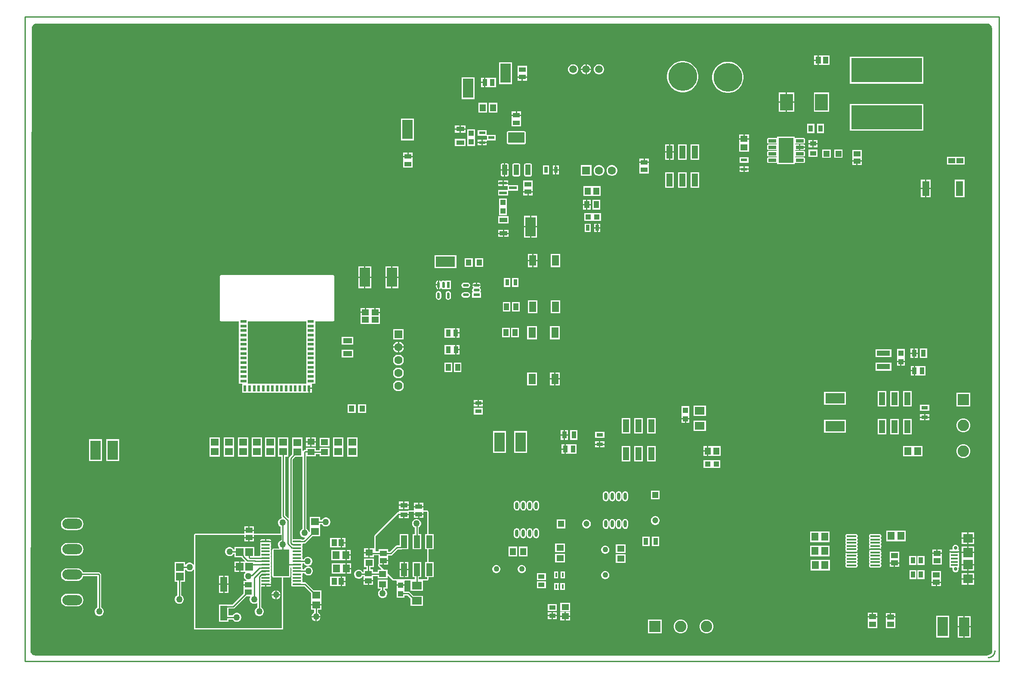
<source format=gtl>
G04*
G04 #@! TF.GenerationSoftware,Altium Limited,Altium Designer,23.1.1 (15)*
G04*
G04 Layer_Physical_Order=1*
G04 Layer_Color=255*
%FSLAX25Y25*%
%MOIN*%
G70*
G04*
G04 #@! TF.SameCoordinates,EC016929-1199-40CF-B0C5-1E8161D31A68*
G04*
G04*
G04 #@! TF.FilePolarity,Positive*
G04*
G01*
G75*
%ADD18C,0.01000*%
%ADD20C,0.00394*%
%ADD21C,0.00200*%
%ADD22R,0.04349X0.05339*%
%ADD23R,0.05315X0.06102*%
%ADD24R,0.06102X0.06102*%
%ADD25R,0.05512X0.11221*%
%ADD26R,0.05339X0.04152*%
%ADD27R,0.06102X0.05315*%
%ADD28R,0.05709X0.04724*%
%ADD29R,0.04724X0.09843*%
%ADD30R,0.07480X0.05906*%
%ADD31R,0.03937X0.04331*%
%ADD32R,0.05512X0.08268*%
%ADD33R,0.07992X0.14961*%
%ADD34R,0.04331X0.04724*%
%ADD35R,0.14961X0.07992*%
%ADD36R,0.02095X0.04745*%
G04:AMPARAMS|DCode=37|XSize=47.45mil|YSize=20.95mil|CornerRadius=10.48mil|HoleSize=0mil|Usage=FLASHONLY|Rotation=270.000|XOffset=0mil|YOffset=0mil|HoleType=Round|Shape=RoundedRectangle|*
%AMROUNDEDRECTD37*
21,1,0.04745,0.00000,0,0,270.0*
21,1,0.02650,0.02095,0,0,270.0*
1,1,0.02095,0.00000,-0.01325*
1,1,0.02095,0.00000,0.01325*
1,1,0.02095,0.00000,0.01325*
1,1,0.02095,0.00000,-0.01325*
%
%ADD37ROUNDEDRECTD37*%
%ADD38R,0.04745X0.02095*%
G04:AMPARAMS|DCode=39|XSize=47.45mil|YSize=20.95mil|CornerRadius=10.48mil|HoleSize=0mil|Usage=FLASHONLY|Rotation=180.000|XOffset=0mil|YOffset=0mil|HoleType=Round|Shape=RoundedRectangle|*
%AMROUNDEDRECTD39*
21,1,0.04745,0.00000,0,0,180.0*
21,1,0.02650,0.02095,0,0,180.0*
1,1,0.02095,-0.01325,0.00000*
1,1,0.02095,0.01325,0.00000*
1,1,0.02095,0.01325,0.00000*
1,1,0.02095,-0.01325,0.00000*
%
%ADD39ROUNDEDRECTD39*%
%ADD40R,0.03937X0.05315*%
%ADD41R,0.03150X0.04921*%
%ADD42R,0.05315X0.04528*%
%ADD43R,0.03740X0.05315*%
%ADD44R,0.04724X0.05709*%
%ADD45R,0.06102X0.03543*%
%ADD46R,0.04724X0.02362*%
%ADD47R,0.05315X0.03740*%
G04:AMPARAMS|DCode=48|XSize=39.37mil|YSize=80.71mil|CornerRadius=1.97mil|HoleSize=0mil|Usage=FLASHONLY|Rotation=180.000|XOffset=0mil|YOffset=0mil|HoleType=Round|Shape=RoundedRectangle|*
%AMROUNDEDRECTD48*
21,1,0.03937,0.07677,0,0,180.0*
21,1,0.03543,0.08071,0,0,180.0*
1,1,0.00394,-0.01772,0.03839*
1,1,0.00394,0.01772,0.03839*
1,1,0.00394,0.01772,-0.03839*
1,1,0.00394,-0.01772,-0.03839*
%
%ADD48ROUNDEDRECTD48*%
G04:AMPARAMS|DCode=49|XSize=127.95mil|YSize=80.71mil|CornerRadius=2.02mil|HoleSize=0mil|Usage=FLASHONLY|Rotation=180.000|XOffset=0mil|YOffset=0mil|HoleType=Round|Shape=RoundedRectangle|*
%AMROUNDEDRECTD49*
21,1,0.12795,0.07667,0,0,180.0*
21,1,0.12392,0.08071,0,0,180.0*
1,1,0.00404,-0.06196,0.03834*
1,1,0.00404,0.06196,0.03834*
1,1,0.00404,0.06196,-0.03834*
1,1,0.00404,-0.06196,-0.03834*
%
%ADD49ROUNDEDRECTD49*%
%ADD50R,0.02756X0.05118*%
%ADD51R,0.02756X0.04528*%
%ADD52R,0.04331X0.03937*%
%ADD53R,0.03963X0.05544*%
%ADD54R,0.01200X0.03374*%
%ADD55O,0.02362X0.05709*%
%ADD56R,0.03622X0.05433*%
%ADD57R,0.05709X0.04528*%
%ADD58R,0.04969X0.03182*%
%ADD59R,0.03740X0.05512*%
%ADD60R,0.05118X0.02756*%
%ADD61R,0.10236X0.04134*%
%ADD62R,0.06102X0.05512*%
%ADD63R,0.06102X0.06102*%
%ADD64O,0.07677X0.01575*%
%ADD65R,0.03567X0.05157*%
%ADD66R,0.55100X0.18700*%
%ADD67R,0.05709X0.11417*%
%ADD68R,0.04528X0.04528*%
G04:AMPARAMS|DCode=69|XSize=61.02mil|YSize=23.62mil|CornerRadius=0.59mil|HoleSize=0mil|Usage=FLASHONLY|Rotation=0.000|XOffset=0mil|YOffset=0mil|HoleType=Round|Shape=RoundedRectangle|*
%AMROUNDEDRECTD69*
21,1,0.06102,0.02244,0,0,0.0*
21,1,0.05984,0.02362,0,0,0.0*
1,1,0.00118,0.02992,-0.01122*
1,1,0.00118,-0.02992,-0.01122*
1,1,0.00118,-0.02992,0.01122*
1,1,0.00118,0.02992,0.01122*
%
%ADD69ROUNDEDRECTD69*%
%ADD70R,0.05118X0.03543*%
%ADD71R,0.09843X0.12992*%
%ADD72R,0.04921X0.02362*%
%ADD73R,0.04152X0.05339*%
%ADD74R,0.05733X0.04940*%
%ADD75R,0.05339X0.04349*%
%ADD76R,0.03543X0.05118*%
%ADD77R,0.05197X0.04252*%
%ADD78R,0.07480X0.07480*%
%ADD79R,0.07480X0.07087*%
%ADD80R,0.05315X0.01575*%
%ADD81R,0.05512X0.06102*%
G04:AMPARAMS|DCode=82|XSize=122.05mil|YSize=203.94mil|CornerRadius=1.83mil|HoleSize=0mil|Usage=FLASHONLY|Rotation=180.000|XOffset=0mil|YOffset=0mil|HoleType=Round|Shape=RoundedRectangle|*
%AMROUNDEDRECTD82*
21,1,0.12205,0.20028,0,0,180.0*
21,1,0.11839,0.20394,0,0,180.0*
1,1,0.00366,-0.05919,0.10014*
1,1,0.00366,0.05919,0.10014*
1,1,0.00366,0.05919,-0.10014*
1,1,0.00366,-0.05919,-0.10014*
%
%ADD82ROUNDEDRECTD82*%
G04:AMPARAMS|DCode=83|XSize=13.78mil|YSize=64.96mil|CornerRadius=2mil|HoleSize=0mil|Usage=FLASHONLY|Rotation=270.000|XOffset=0mil|YOffset=0mil|HoleType=Round|Shape=RoundedRectangle|*
%AMROUNDEDRECTD83*
21,1,0.01378,0.06097,0,0,270.0*
21,1,0.00978,0.06496,0,0,270.0*
1,1,0.00400,-0.03048,-0.00489*
1,1,0.00400,-0.03048,0.00489*
1,1,0.00400,0.03048,0.00489*
1,1,0.00400,0.03048,-0.00489*
%
%ADD83ROUNDEDRECTD83*%
%ADD84R,0.05512X0.03740*%
%ADD85R,0.05906X0.02362*%
%ADD86R,0.02402X0.05000*%
%ADD87R,0.05000X0.02402*%
%ADD88R,0.04921X0.03150*%
%ADD89R,0.07087X0.03937*%
%ADD128C,0.05900*%
%ADD132R,0.04724X0.04724*%
%ADD133C,0.04724*%
%ADD134R,0.04724X0.04724*%
%ADD139C,0.22244*%
%ADD146R,0.11614X0.19291*%
%ADD147C,0.08858*%
%ADD148R,0.08858X0.08858*%
%ADD149C,0.04331*%
%ADD150R,0.08858X0.08858*%
%ADD151C,0.01181*%
%ADD152O,0.15354X0.07677*%
%ADD153C,0.02756*%
%ADD154R,0.06299X0.06299*%
%ADD155C,0.06299*%
%ADD156C,0.06299*%
%ADD157R,0.06299X0.06299*%
%ADD158C,0.05000*%
%ADD159C,0.01968*%
G36*
X845768Y494716D02*
X846529Y494616D01*
X847348Y494276D01*
X848052Y493736D01*
X848592Y493033D01*
X848931Y492214D01*
X849024Y491511D01*
X849045Y491512D01*
X849162Y490922D01*
X849216Y490842D01*
X849216Y8492D01*
X849216Y8403D01*
X849212Y7906D01*
X849211Y7903D01*
X849187Y7408D01*
X849131Y6978D01*
X848833Y6259D01*
X848359Y5641D01*
X847741Y5167D01*
X847022Y4870D01*
X846369Y4783D01*
X846369Y4767D01*
X845757Y4646D01*
X845216Y4284D01*
X108127D01*
X107956Y4399D01*
X107516Y4486D01*
X107522Y4532D01*
X107026Y4598D01*
X106040Y5006D01*
X105194Y5655D01*
X104545Y6502D01*
X104281Y7137D01*
X105305Y490521D01*
X105306Y491017D01*
Y491021D01*
X105353Y491502D01*
X105416Y491982D01*
X105787Y492876D01*
X106376Y493645D01*
X107145Y494235D01*
X108040Y494605D01*
X108524Y494669D01*
X109000Y494716D01*
D01*
X109500Y494716D01*
X845768D01*
D02*
G37*
%LPC*%
G36*
X714000Y469948D02*
X711424D01*
Y466779D01*
X714000D01*
Y469948D01*
D02*
G37*
G36*
X723291D02*
X715000D01*
Y466279D01*
X714500D01*
D01*
X715000D01*
Y462609D01*
X723291D01*
Y469948D01*
D02*
G37*
G36*
X714000Y465779D02*
X711424D01*
Y462609D01*
X714000D01*
Y465779D01*
D02*
G37*
G36*
X535178Y463123D02*
X535157D01*
Y459673D01*
X538608D01*
Y459693D01*
X538338Y460698D01*
X537818Y461599D01*
X537083Y462334D01*
X536182Y462854D01*
X535178Y463123D01*
D02*
G37*
G36*
X534158D02*
X534137D01*
X533133Y462854D01*
X532232Y462334D01*
X531497Y461599D01*
X530977Y460698D01*
X530708Y459693D01*
Y459673D01*
X534158D01*
Y463123D01*
D02*
G37*
G36*
X545178D02*
X544137D01*
X543133Y462854D01*
X542232Y462334D01*
X541497Y461599D01*
X540977Y460698D01*
X540707Y459693D01*
Y458653D01*
X540977Y457649D01*
X541497Y456748D01*
X542232Y456012D01*
X543133Y455492D01*
X544137Y455223D01*
X545178D01*
X546182Y455492D01*
X547083Y456012D01*
X547818Y456748D01*
X548338Y457649D01*
X548607Y458653D01*
Y459693D01*
X548338Y460698D01*
X547818Y461599D01*
X547083Y462334D01*
X546182Y462854D01*
X545178Y463123D01*
D02*
G37*
G36*
X538608Y458673D02*
X535157D01*
Y455223D01*
X535178D01*
X536182Y455492D01*
X537083Y456012D01*
X537818Y456748D01*
X538338Y457649D01*
X538608Y458653D01*
Y458673D01*
D02*
G37*
G36*
X534158D02*
X530708D01*
Y458653D01*
X530977Y457649D01*
X531497Y456748D01*
X532232Y456012D01*
X533133Y455492D01*
X534137Y455223D01*
X534158D01*
Y458673D01*
D02*
G37*
G36*
X525177Y463123D02*
X524137D01*
X523133Y462854D01*
X522232Y462334D01*
X521497Y461599D01*
X520977Y460698D01*
X520708Y459693D01*
Y458653D01*
X520977Y457649D01*
X521497Y456748D01*
X522232Y456012D01*
X523133Y455492D01*
X524137Y455223D01*
X525177D01*
X526182Y455492D01*
X527083Y456012D01*
X527818Y456748D01*
X528338Y457649D01*
X528608Y458653D01*
Y459693D01*
X528338Y460698D01*
X527818Y461599D01*
X527083Y462334D01*
X526182Y462854D01*
X525177Y463123D01*
D02*
G37*
G36*
X488815Y461996D02*
X481500D01*
Y456591D01*
X481500Y456256D01*
X481500Y455756D01*
Y453721D01*
X485157D01*
X488815D01*
Y455756D01*
X488815Y456090D01*
X488815Y456591D01*
Y461996D01*
D02*
G37*
G36*
Y452720D02*
X485658D01*
Y450350D01*
X488815D01*
Y452720D01*
D02*
G37*
G36*
X484657D02*
X481500D01*
Y450350D01*
X484657D01*
Y452720D01*
D02*
G37*
G36*
X455705Y452764D02*
X453335D01*
Y449606D01*
X455705D01*
Y452764D01*
D02*
G37*
G36*
X796050Y468829D02*
X738950D01*
Y448129D01*
X796050D01*
Y468829D01*
D02*
G37*
G36*
X477153Y464653D02*
X467161D01*
Y447693D01*
X477153D01*
Y464653D01*
D02*
G37*
G36*
X455705Y448606D02*
X453335D01*
Y445449D01*
X455705D01*
Y448606D01*
D02*
G37*
G36*
X459240Y452764D02*
X458740Y452764D01*
X456705D01*
Y449106D01*
Y445449D01*
X458740D01*
X459075Y445449D01*
X459575Y445449D01*
X464980D01*
Y452764D01*
X459575D01*
X459240Y452764D01*
D02*
G37*
G36*
X610454Y465622D02*
X608546D01*
X606661Y465323D01*
X604847Y464734D01*
X603147Y463868D01*
X601603Y462746D01*
X600254Y461397D01*
X599132Y459853D01*
X598266Y458153D01*
X597677Y456339D01*
X597378Y454454D01*
Y452546D01*
X597677Y450661D01*
X598266Y448847D01*
X599132Y447147D01*
X600254Y445603D01*
X601603Y444254D01*
X603147Y443132D01*
X604847Y442266D01*
X606661Y441677D01*
X608546Y441378D01*
X610454D01*
X612339Y441677D01*
X614153Y442266D01*
X615853Y443132D01*
X617397Y444254D01*
X618746Y445603D01*
X619868Y447147D01*
X620734Y448847D01*
X621323Y450661D01*
X621622Y452546D01*
Y454454D01*
X621323Y456339D01*
X620734Y458153D01*
X619868Y459853D01*
X618746Y461397D01*
X617397Y462746D01*
X615853Y463868D01*
X614153Y464734D01*
X612339Y465323D01*
X610454Y465622D01*
D02*
G37*
G36*
X645454Y465122D02*
X643546D01*
X641661Y464823D01*
X639847Y464234D01*
X638147Y463368D01*
X636603Y462246D01*
X635254Y460897D01*
X634132Y459353D01*
X633266Y457653D01*
X632677Y455839D01*
X632378Y453954D01*
Y452046D01*
X632677Y450161D01*
X633266Y448347D01*
X634132Y446647D01*
X635254Y445103D01*
X636603Y443754D01*
X638147Y442632D01*
X639847Y441766D01*
X641661Y441177D01*
X643546Y440878D01*
X645454D01*
X647339Y441177D01*
X649153Y441766D01*
X650853Y442632D01*
X652397Y443754D01*
X653746Y445103D01*
X654868Y446647D01*
X655734Y448347D01*
X656323Y450161D01*
X656622Y452046D01*
Y453954D01*
X656323Y455839D01*
X655734Y457653D01*
X654868Y459353D01*
X653746Y460897D01*
X652397Y462246D01*
X650853Y463368D01*
X649153Y464234D01*
X647339Y464823D01*
X645454Y465122D01*
D02*
G37*
G36*
X448153Y453087D02*
X438161D01*
Y436126D01*
X448153D01*
Y453087D01*
D02*
G37*
G36*
X695839Y441275D02*
X690417D01*
Y434279D01*
X695839D01*
Y441275D01*
D02*
G37*
G36*
X689417D02*
X683996D01*
Y434279D01*
X689417D01*
Y441275D01*
D02*
G37*
G36*
X723004D02*
X711161D01*
Y426283D01*
X723004D01*
Y441275D01*
D02*
G37*
G36*
X695839Y433279D02*
X690417D01*
Y426283D01*
X695839D01*
Y433279D01*
D02*
G37*
G36*
X689417D02*
X683996D01*
Y426283D01*
X689417D01*
Y433279D01*
D02*
G37*
G36*
X465913Y433287D02*
X459189D01*
Y425579D01*
X465913D01*
Y433287D01*
D02*
G37*
G36*
X458039D02*
X451315D01*
Y425579D01*
X458039D01*
Y433287D01*
D02*
G37*
G36*
X484315Y426496D02*
X481157D01*
Y424126D01*
X484315D01*
Y426496D01*
D02*
G37*
G36*
X480158D02*
X477000D01*
Y424126D01*
X480158D01*
Y426496D01*
D02*
G37*
G36*
X484315Y423126D02*
X480657D01*
X477000D01*
Y421091D01*
X477000Y420756D01*
X477000Y420256D01*
Y414850D01*
X484315D01*
Y420256D01*
X484315Y420590D01*
X484315Y421091D01*
Y423126D01*
D02*
G37*
G36*
X441165Y415638D02*
X437614D01*
Y413366D01*
X441165D01*
Y415638D01*
D02*
G37*
G36*
X436614D02*
X433063D01*
Y413366D01*
X436614D01*
Y415638D01*
D02*
G37*
G36*
X796050Y432429D02*
X738950D01*
Y411729D01*
X796050D01*
Y432429D01*
D02*
G37*
G36*
X441165Y412366D02*
X437614D01*
Y410094D01*
X441165D01*
Y412366D01*
D02*
G37*
G36*
X436614D02*
X433063D01*
Y410094D01*
X436614D01*
Y412366D01*
D02*
G37*
G36*
X719012Y416838D02*
X713469D01*
Y409720D01*
X719012D01*
Y416838D01*
D02*
G37*
G36*
X711531D02*
X705988D01*
Y409720D01*
X711531D01*
Y416838D01*
D02*
G37*
G36*
X696307Y406924D02*
X682693D01*
Y406221D01*
X682493Y406066D01*
X682193Y405915D01*
X681862Y405980D01*
X675878D01*
X675465Y405898D01*
X675114Y405664D01*
X674880Y405314D01*
X674798Y404901D01*
Y402657D01*
X674880Y402243D01*
X675114Y401893D01*
X675465Y401659D01*
X675878Y401577D01*
X681862D01*
X682115Y401627D01*
X682375Y401279D01*
X682115Y400930D01*
X681862Y400981D01*
X675878D01*
X675465Y400898D01*
X675114Y400664D01*
X674880Y400314D01*
X674798Y399901D01*
Y397657D01*
X674880Y397243D01*
X675114Y396893D01*
X675465Y396659D01*
X675878Y396577D01*
X681862D01*
X682115Y396627D01*
X682375Y396279D01*
X682115Y395930D01*
X681862Y395981D01*
X675878D01*
X675465Y395898D01*
X675114Y395664D01*
X674880Y395314D01*
X674798Y394901D01*
Y392657D01*
X674880Y392243D01*
X675114Y391893D01*
X675465Y391659D01*
X675878Y391577D01*
X681862D01*
X682115Y391627D01*
X682375Y391279D01*
X682115Y390930D01*
X681862Y390981D01*
X675878D01*
X675465Y390898D01*
X675114Y390664D01*
X674880Y390314D01*
X674798Y389901D01*
Y387657D01*
X674880Y387243D01*
X675114Y386893D01*
X675465Y386659D01*
X675878Y386577D01*
X681862D01*
X682193Y386643D01*
X682493Y386491D01*
X682693Y386337D01*
Y385633D01*
X696307D01*
Y386337D01*
X696507Y386491D01*
X696807Y386643D01*
X697138Y386577D01*
X703122D01*
X703535Y386659D01*
X703886Y386893D01*
X704120Y387243D01*
X704202Y387657D01*
Y389901D01*
X704120Y390314D01*
X703886Y390664D01*
X703535Y390898D01*
X703122Y390981D01*
X697138D01*
X696885Y390930D01*
X696625Y391279D01*
X696885Y391627D01*
X697138Y391577D01*
X703122D01*
X703535Y391659D01*
X703886Y391893D01*
X704120Y392243D01*
X704202Y392657D01*
Y394901D01*
X704120Y395314D01*
X703886Y395664D01*
X703535Y395898D01*
X703122Y395981D01*
X697138D01*
X696885Y395930D01*
X696625Y396279D01*
X696885Y396627D01*
X697138Y396577D01*
X699630D01*
Y398779D01*
Y400981D01*
X697138D01*
X696885Y400930D01*
X696625Y401279D01*
X696885Y401627D01*
X697138Y401577D01*
X703122D01*
X703535Y401659D01*
X703886Y401893D01*
X704120Y402243D01*
X704202Y402657D01*
Y404901D01*
X704120Y405314D01*
X703886Y405664D01*
X703535Y405898D01*
X703122Y405980D01*
X697138D01*
X696807Y405915D01*
X696507Y406066D01*
X696307Y406221D01*
Y406924D01*
D02*
G37*
G36*
X660866Y408751D02*
X657500D01*
Y405781D01*
X660866D01*
Y408751D01*
D02*
G37*
G36*
X656500D02*
X653133D01*
Y405781D01*
X656500D01*
Y408751D01*
D02*
G37*
G36*
X401154Y421087D02*
X391161D01*
Y404126D01*
X401154D01*
Y421087D01*
D02*
G37*
G36*
X457476Y412094D02*
X450752D01*
Y407732D01*
X457339D01*
X457476Y407732D01*
X457839Y407400D01*
Y404947D01*
X457476Y404614D01*
X457339Y404614D01*
X454614D01*
Y402933D01*
X457476D01*
Y403659D01*
X457839Y403992D01*
X457976Y403992D01*
X464563D01*
Y408354D01*
X457976D01*
X457839Y408354D01*
X457476Y408687D01*
Y412094D01*
D02*
G37*
G36*
X453614Y404614D02*
X450752D01*
Y402933D01*
X453614D01*
Y404614D01*
D02*
G37*
G36*
X714059Y404290D02*
X711000D01*
Y402019D01*
X714059D01*
Y404290D01*
D02*
G37*
G36*
X710000D02*
X706941D01*
Y402019D01*
X710000D01*
Y404290D01*
D02*
G37*
G36*
X486853Y411232D02*
X474462D01*
X473993Y411139D01*
X473595Y410873D01*
X473330Y410476D01*
X473236Y410007D01*
Y402340D01*
X473330Y401871D01*
X473595Y401473D01*
X473993Y401207D01*
X474462Y401114D01*
X486853D01*
X487322Y401207D01*
X487720Y401473D01*
X487985Y401871D01*
X488079Y402340D01*
Y410007D01*
X487985Y410476D01*
X487720Y410873D01*
X487322Y411139D01*
X486853Y411232D01*
D02*
G37*
G36*
X457476Y401933D02*
X454614D01*
Y400252D01*
X457476D01*
Y401933D01*
D02*
G37*
G36*
X453614D02*
X450752D01*
Y400252D01*
X453614D01*
Y401933D01*
D02*
G37*
G36*
X448583Y412791D02*
X442646D01*
Y406598D01*
X442646Y406461D01*
Y406098D01*
X442646Y405961D01*
Y399768D01*
X448583D01*
Y405961D01*
X448583Y406098D01*
Y406461D01*
X448583Y406598D01*
Y412791D01*
D02*
G37*
G36*
X441165Y405205D02*
X433063D01*
Y399661D01*
X441165D01*
Y405205D01*
D02*
G37*
G36*
X703122Y400981D02*
X700630D01*
Y399279D01*
X704202D01*
Y399901D01*
X704120Y400314D01*
X703886Y400664D01*
X703535Y400898D01*
X703122Y400981D01*
D02*
G37*
G36*
X714059Y401019D02*
X711000D01*
Y398747D01*
X714059D01*
Y401019D01*
D02*
G37*
G36*
X710000D02*
X706941D01*
Y398747D01*
X710000D01*
Y401019D01*
D02*
G37*
G36*
X704202Y398279D02*
X700630D01*
Y396577D01*
X703122D01*
X703535Y396659D01*
X703886Y396893D01*
X704120Y397243D01*
X704202Y397657D01*
Y398279D01*
D02*
G37*
G36*
X602677Y400921D02*
X599815D01*
Y395500D01*
X602677D01*
Y400921D01*
D02*
G37*
G36*
X598815D02*
X595953D01*
Y395500D01*
X598815D01*
Y400921D01*
D02*
G37*
G36*
X660866Y404781D02*
X657000D01*
X653133D01*
Y401811D01*
Y395309D01*
X660866D01*
Y401811D01*
Y404781D01*
D02*
G37*
G36*
X400315Y394476D02*
X397158D01*
Y392106D01*
X400315D01*
Y394476D01*
D02*
G37*
G36*
X396158D02*
X393000D01*
Y392106D01*
X396158D01*
Y394476D01*
D02*
G37*
G36*
X714059Y396810D02*
X706941D01*
Y391267D01*
X714059D01*
Y396810D01*
D02*
G37*
G36*
X733390Y397042D02*
X726862D01*
Y390515D01*
X733390D01*
Y397042D01*
D02*
G37*
G36*
X724138D02*
X717610D01*
Y390515D01*
X724138D01*
Y397042D01*
D02*
G37*
G36*
X622362Y400921D02*
X615638D01*
Y389079D01*
X622362D01*
Y400921D01*
D02*
G37*
G36*
X612520D02*
X605795D01*
Y389079D01*
X612520D01*
Y400921D01*
D02*
G37*
G36*
X602677Y394500D02*
X599815D01*
Y389079D01*
X602677D01*
Y394500D01*
D02*
G37*
G36*
X598815D02*
X595953D01*
Y389079D01*
X598815D01*
Y394500D01*
D02*
G37*
G36*
X748170Y396732D02*
X740830D01*
Y390383D01*
Y388500D01*
X744500D01*
X748170D01*
Y390383D01*
Y396732D01*
D02*
G37*
G36*
X583315Y389996D02*
X580158D01*
Y387626D01*
X583315D01*
Y389996D01*
D02*
G37*
G36*
X579157D02*
X576000D01*
Y387626D01*
X579157D01*
Y389996D01*
D02*
G37*
G36*
X660461Y391003D02*
X653539D01*
Y386641D01*
X660461D01*
Y391003D01*
D02*
G37*
G36*
X827819Y391405D02*
X814402D01*
Y385153D01*
X827819D01*
Y391405D01*
D02*
G37*
G36*
X748170Y387500D02*
X745000D01*
Y384825D01*
X748170D01*
Y387500D01*
D02*
G37*
G36*
X744000D02*
X740830D01*
Y384825D01*
X744000D01*
Y387500D01*
D02*
G37*
G36*
X400315Y391106D02*
X396657D01*
X393000D01*
Y389071D01*
X393000Y388736D01*
X393000Y388236D01*
Y382831D01*
X400315D01*
Y388236D01*
X400315Y388571D01*
X400315Y389071D01*
Y391106D01*
D02*
G37*
G36*
X660461Y383916D02*
X657500D01*
Y382235D01*
X660461D01*
Y383916D01*
D02*
G37*
G36*
X656500D02*
X653539D01*
Y382235D01*
X656500D01*
Y383916D01*
D02*
G37*
G36*
X473374Y386232D02*
X472102D01*
Y381673D01*
X474594D01*
Y385012D01*
X474501Y385479D01*
X474237Y385875D01*
X473841Y386139D01*
X473374Y386232D01*
D02*
G37*
G36*
X471102D02*
X469831D01*
X469364Y386139D01*
X468968Y385875D01*
X468703Y385479D01*
X468610Y385012D01*
Y381673D01*
X471102D01*
Y386232D01*
D02*
G37*
G36*
X513535Y384732D02*
X511657D01*
Y381673D01*
X513535D01*
Y384732D01*
D02*
G37*
G36*
X510658D02*
X508779D01*
Y381673D01*
X510658D01*
Y384732D01*
D02*
G37*
G36*
X660461Y381235D02*
X657500D01*
Y379554D01*
X660461D01*
Y381235D01*
D02*
G37*
G36*
X656500D02*
X653539D01*
Y379554D01*
X656500D01*
Y381235D01*
D02*
G37*
G36*
X583315Y386626D02*
X579658D01*
X576000D01*
Y384591D01*
X576000Y384256D01*
X576000Y383756D01*
Y378350D01*
X583315D01*
Y383756D01*
X583315Y384090D01*
X583315Y384591D01*
Y386626D01*
D02*
G37*
G36*
X513535Y380673D02*
X511657D01*
Y377614D01*
X513535D01*
Y380673D01*
D02*
G37*
G36*
X510658D02*
X508779D01*
Y377614D01*
X510658D01*
Y380673D01*
D02*
G37*
G36*
X506055Y384732D02*
X501299D01*
Y377614D01*
X506055D01*
Y384732D01*
D02*
G37*
G36*
X555204Y384823D02*
X554111D01*
X553056Y384540D01*
X552110Y383994D01*
X551337Y383221D01*
X550791Y382275D01*
X550508Y381220D01*
Y380127D01*
X550791Y379071D01*
X551337Y378125D01*
X552110Y377353D01*
X553056Y376806D01*
X554111Y376524D01*
X555204D01*
X556259Y376806D01*
X557205Y377353D01*
X557978Y378125D01*
X558524Y379071D01*
X558807Y380127D01*
Y381220D01*
X558524Y382275D01*
X557978Y383221D01*
X557205Y383994D01*
X556259Y384540D01*
X555204Y384823D01*
D02*
G37*
G36*
X545204D02*
X544111D01*
X543056Y384540D01*
X542110Y383994D01*
X541337Y383221D01*
X540791Y382275D01*
X540508Y381220D01*
Y380127D01*
X540791Y379071D01*
X541337Y378125D01*
X542110Y377353D01*
X543056Y376806D01*
X544111Y376524D01*
X545204D01*
X546259Y376806D01*
X547205Y377353D01*
X547978Y378125D01*
X548524Y379071D01*
X548807Y380127D01*
Y381220D01*
X548524Y382275D01*
X547978Y383221D01*
X547205Y383994D01*
X546259Y384540D01*
X545204Y384823D01*
D02*
G37*
G36*
X538807D02*
X530508D01*
Y376524D01*
X538807D01*
Y384823D01*
D02*
G37*
G36*
X491484Y386232D02*
X487941D01*
X487474Y386139D01*
X487078Y385875D01*
X486813Y385479D01*
X486721Y385012D01*
Y377335D01*
X486813Y376868D01*
X487078Y376472D01*
X487474Y376207D01*
X487941Y376114D01*
X491484D01*
X491951Y376207D01*
X492347Y376472D01*
X492612Y376868D01*
X492705Y377335D01*
Y385012D01*
X492612Y385479D01*
X492347Y385875D01*
X491951Y386139D01*
X491484Y386232D01*
D02*
G37*
G36*
X482429D02*
X478886D01*
X478419Y386139D01*
X478023Y385875D01*
X477758Y385479D01*
X477666Y385012D01*
Y377335D01*
X477758Y376868D01*
X478023Y376472D01*
X478419Y376207D01*
X478886Y376114D01*
X482429D01*
X482896Y376207D01*
X483292Y376472D01*
X483557Y376868D01*
X483649Y377335D01*
Y385012D01*
X483557Y385479D01*
X483292Y385875D01*
X482896Y386139D01*
X482429Y386232D01*
D02*
G37*
G36*
X474594Y380673D02*
X472102D01*
Y376114D01*
X473374D01*
X473841Y376207D01*
X474237Y376472D01*
X474501Y376868D01*
X474594Y377335D01*
Y380673D01*
D02*
G37*
G36*
X471102D02*
X468610D01*
Y377335D01*
X468703Y376868D01*
X468968Y376472D01*
X469364Y376207D01*
X469831Y376114D01*
X471102D01*
Y380673D01*
D02*
G37*
G36*
X474370Y373095D02*
X470917D01*
Y371413D01*
X474370D01*
Y373095D01*
D02*
G37*
G36*
X469917D02*
X466465D01*
Y371413D01*
X469917D01*
Y373095D01*
D02*
G37*
G36*
Y370413D02*
X466465D01*
Y368732D01*
X469917D01*
Y370413D01*
D02*
G37*
G36*
X622362Y379268D02*
X615638D01*
Y367425D01*
X622362D01*
Y379268D01*
D02*
G37*
G36*
X612520D02*
X605795D01*
Y367425D01*
X612520D01*
Y379268D01*
D02*
G37*
G36*
X602677D02*
X595953D01*
Y367425D01*
X602677D01*
Y379268D01*
D02*
G37*
G36*
X801764Y373487D02*
X798410D01*
Y367279D01*
X801764D01*
Y373487D01*
D02*
G37*
G36*
X797409D02*
X794055D01*
Y367279D01*
X797409D01*
Y373487D01*
D02*
G37*
G36*
X493315Y372996D02*
X486000D01*
Y367591D01*
X486000Y367256D01*
X486000Y366756D01*
Y364721D01*
X489657D01*
X493315D01*
Y366756D01*
X493315Y367091D01*
X493315Y367591D01*
Y372996D01*
D02*
G37*
G36*
Y363720D02*
X490158D01*
Y361350D01*
X493315D01*
Y363720D01*
D02*
G37*
G36*
X489157D02*
X486000D01*
Y361350D01*
X489157D01*
Y363720D01*
D02*
G37*
G36*
X474370Y370413D02*
X470917D01*
Y368732D01*
X473945D01*
Y365614D01*
X466465D01*
Y361252D01*
X474370D01*
Y364992D01*
X481850D01*
Y369354D01*
X474370D01*
Y370413D01*
D02*
G37*
G36*
X545866Y368528D02*
X532449D01*
Y360819D01*
X545866D01*
Y368528D01*
D02*
G37*
G36*
X827945Y373487D02*
X820236D01*
Y360070D01*
X827945D01*
Y373487D01*
D02*
G37*
G36*
X801764Y366279D02*
X798410D01*
Y360070D01*
X801764D01*
Y366279D01*
D02*
G37*
G36*
X797409D02*
X794055D01*
Y360070D01*
X797409D01*
Y366279D01*
D02*
G37*
G36*
X538152Y357945D02*
X535670D01*
Y354673D01*
X538152D01*
Y357945D01*
D02*
G37*
G36*
X534670D02*
X532189D01*
Y354673D01*
X534670D01*
Y357945D01*
D02*
G37*
G36*
X545639D02*
X539676D01*
Y350401D01*
X545639D01*
Y357945D01*
D02*
G37*
G36*
X538152Y353673D02*
X535670D01*
Y350401D01*
X538152D01*
Y353673D01*
D02*
G37*
G36*
X534670D02*
X532189D01*
Y350401D01*
X534670D01*
Y353673D01*
D02*
G37*
G36*
X473126Y359032D02*
X467189D01*
Y352839D01*
X467189Y352701D01*
Y352339D01*
X467189Y352201D01*
Y346008D01*
X473126D01*
Y352201D01*
X473126Y352339D01*
Y352701D01*
X473126Y352839D01*
Y359032D01*
D02*
G37*
G36*
X539839Y347642D02*
X539476D01*
X539339Y347642D01*
X533146D01*
Y341705D01*
X539339D01*
X539476Y341705D01*
X539839D01*
X539976Y341705D01*
X546169D01*
Y347642D01*
X539976D01*
X539839Y347642D01*
D02*
G37*
G36*
X474709Y345161D02*
X466606D01*
Y339618D01*
X474709D01*
Y345161D01*
D02*
G37*
G36*
X496654Y345587D02*
X492158D01*
Y337606D01*
X496654D01*
Y345587D01*
D02*
G37*
G36*
X491157D02*
X486661D01*
Y337606D01*
X491157D01*
Y345587D01*
D02*
G37*
G36*
X545776Y339437D02*
X543898D01*
Y336673D01*
X545776D01*
Y339437D01*
D02*
G37*
G36*
X542898D02*
X541020D01*
Y336673D01*
X542898D01*
Y339437D01*
D02*
G37*
G36*
X545776Y335673D02*
X543898D01*
Y332909D01*
X545776D01*
Y335673D01*
D02*
G37*
G36*
X542898D02*
X541020D01*
Y332909D01*
X542898D01*
Y335673D01*
D02*
G37*
G36*
X538295Y339437D02*
X533539D01*
Y332909D01*
X538295D01*
Y339437D01*
D02*
G37*
G36*
X474709Y334728D02*
X471158D01*
Y332457D01*
X474709D01*
Y334728D01*
D02*
G37*
G36*
X470157D02*
X466606D01*
Y332457D01*
X470157D01*
Y334728D01*
D02*
G37*
G36*
X474709Y331457D02*
X471158D01*
Y329185D01*
X474709D01*
Y331457D01*
D02*
G37*
G36*
X470157D02*
X466606D01*
Y329185D01*
X470157D01*
Y331457D01*
D02*
G37*
G36*
X496654Y336606D02*
X492158D01*
Y328626D01*
X496654D01*
Y336606D01*
D02*
G37*
G36*
X491157D02*
X486661D01*
Y328626D01*
X491157D01*
Y336606D01*
D02*
G37*
G36*
X497039Y315961D02*
X493784D01*
Y311327D01*
X497039D01*
Y315961D01*
D02*
G37*
G36*
X492783D02*
X489528D01*
Y311327D01*
X492783D01*
Y315961D01*
D02*
G37*
G36*
X455075Y312776D02*
X448744D01*
Y306051D01*
X455075D01*
Y312776D01*
D02*
G37*
G36*
X446807D02*
X440476D01*
Y306051D01*
X446807D01*
Y312776D01*
D02*
G37*
G36*
X514756Y315961D02*
X507244D01*
Y305693D01*
X514756D01*
Y315961D01*
D02*
G37*
G36*
X497039Y310327D02*
X493784D01*
Y305693D01*
X497039D01*
Y310327D01*
D02*
G37*
G36*
X492783D02*
X489528D01*
Y305693D01*
X492783D01*
Y310327D01*
D02*
G37*
G36*
X434122Y314910D02*
X417161D01*
Y304917D01*
X434122D01*
Y314910D01*
D02*
G37*
G36*
X389138Y306394D02*
X384642D01*
Y298413D01*
X389138D01*
Y306394D01*
D02*
G37*
G36*
X368138D02*
X363642D01*
Y298413D01*
X368138D01*
Y306394D01*
D02*
G37*
G36*
X383642D02*
X379146D01*
Y298413D01*
X383642D01*
Y306394D01*
D02*
G37*
G36*
X362642D02*
X358146D01*
Y298413D01*
X362642D01*
Y306394D01*
D02*
G37*
G36*
X424142Y295462D02*
X423343Y295303D01*
X422666Y294850D01*
X422522Y294635D01*
X422022D01*
X421878Y294850D01*
X421201Y295303D01*
X420902Y295362D01*
Y292049D01*
Y288736D01*
X421201Y288795D01*
X421878Y289248D01*
X422022Y289463D01*
X422522D01*
X422666Y289248D01*
X423343Y288795D01*
X424142Y288636D01*
X424941Y288795D01*
X425334Y289059D01*
X425834Y288791D01*
Y288677D01*
X429929D01*
Y295422D01*
X425834D01*
Y295307D01*
X425334Y295040D01*
X424941Y295303D01*
X424142Y295462D01*
D02*
G37*
G36*
X419902Y295362D02*
X419603Y295303D01*
X418925Y294850D01*
X418473Y294173D01*
X418314Y293374D01*
Y292549D01*
X419902D01*
Y295362D01*
D02*
G37*
G36*
X451102Y293741D02*
X450278D01*
Y292154D01*
X453091D01*
X453031Y292452D01*
X452579Y293130D01*
X451901Y293582D01*
X451102Y293741D01*
D02*
G37*
G36*
X449277D02*
X448453D01*
X447654Y293582D01*
X446976Y293130D01*
X446524Y292452D01*
X446464Y292154D01*
X449277D01*
Y293741D01*
D02*
G37*
G36*
X482366Y297374D02*
X477216D01*
Y290453D01*
X482366D01*
Y297374D01*
D02*
G37*
G36*
X476067D02*
X470917D01*
Y290453D01*
X476067D01*
Y297374D01*
D02*
G37*
G36*
X442831Y293741D02*
X440181D01*
X439382Y293582D01*
X438705Y293130D01*
X438252Y292452D01*
X438093Y291653D01*
X438252Y290855D01*
X438705Y290177D01*
X439382Y289725D01*
X440181Y289566D01*
X442831D01*
X443630Y289725D01*
X444307Y290177D01*
X444760Y290855D01*
X444919Y291653D01*
X444760Y292452D01*
X444307Y293130D01*
X443630Y293582D01*
X442831Y293741D01*
D02*
G37*
G36*
X389138Y297413D02*
X384642D01*
Y289433D01*
X389138D01*
Y297413D01*
D02*
G37*
G36*
X383642D02*
X379146D01*
Y289433D01*
X383642D01*
Y297413D01*
D02*
G37*
G36*
X368138D02*
X363642D01*
Y289433D01*
X368138D01*
Y297413D01*
D02*
G37*
G36*
X362642D02*
X358146D01*
Y289433D01*
X362642D01*
Y297413D01*
D02*
G37*
G36*
X419902Y291549D02*
X418314D01*
Y290724D01*
X418473Y289925D01*
X418925Y289248D01*
X419603Y288795D01*
X419902Y288736D01*
Y291549D01*
D02*
G37*
G36*
X453091Y291154D02*
X449778D01*
X446464D01*
X446524Y290855D01*
X446976Y290177D01*
X447192Y290034D01*
Y289533D01*
X446976Y289390D01*
X446524Y288712D01*
X446365Y287913D01*
X446524Y287115D01*
X446787Y286721D01*
X446520Y286221D01*
X446405D01*
Y282126D01*
X453150D01*
Y286221D01*
X453035D01*
X452768Y286721D01*
X453031Y287115D01*
X453190Y287913D01*
X453031Y288712D01*
X452579Y289390D01*
X452363Y289533D01*
Y290034D01*
X452579Y290177D01*
X453031Y290855D01*
X453091Y291154D01*
D02*
G37*
G36*
X442831Y286261D02*
X440181D01*
X439382Y286102D01*
X438705Y285649D01*
X438252Y284972D01*
X438093Y284173D01*
X438252Y283374D01*
X438705Y282697D01*
X439382Y282244D01*
X440181Y282086D01*
X442831D01*
X443630Y282244D01*
X444307Y282697D01*
X444760Y283374D01*
X444919Y284173D01*
X444760Y284972D01*
X444307Y285649D01*
X443630Y286102D01*
X442831Y286261D01*
D02*
G37*
G36*
X427882Y287190D02*
X427083Y287031D01*
X426406Y286579D01*
X425953Y285901D01*
X425794Y285103D01*
Y282453D01*
X425953Y281654D01*
X426406Y280977D01*
X427083Y280524D01*
X427882Y280365D01*
X428681Y280524D01*
X429358Y280977D01*
X429811Y281654D01*
X429970Y282453D01*
Y285103D01*
X429811Y285901D01*
X429358Y286579D01*
X428681Y287031D01*
X427882Y287190D01*
D02*
G37*
G36*
X420402D02*
X419603Y287031D01*
X418925Y286579D01*
X418473Y285901D01*
X418314Y285103D01*
Y282453D01*
X418473Y281654D01*
X418925Y280977D01*
X419603Y280524D01*
X420402Y280365D01*
X421201Y280524D01*
X421878Y280977D01*
X422330Y281654D01*
X422489Y282453D01*
Y285103D01*
X422330Y285901D01*
X421878Y286579D01*
X421201Y287031D01*
X420402Y287190D01*
D02*
G37*
G36*
X363142Y274031D02*
X359984D01*
Y271268D01*
X363142D01*
Y274031D01*
D02*
G37*
G36*
X483153Y278571D02*
X477216D01*
Y271256D01*
X483153D01*
Y278571D01*
D02*
G37*
G36*
X476067D02*
X470130D01*
Y271256D01*
X476067D01*
Y278571D01*
D02*
G37*
G36*
X371642Y273886D02*
Y271122D01*
X374799D01*
Y273886D01*
X371642D01*
D02*
G37*
G36*
X514756Y280134D02*
X507244D01*
Y269866D01*
X514756D01*
Y280134D01*
D02*
G37*
G36*
X497039D02*
X489528D01*
Y269866D01*
X497039D01*
Y280134D01*
D02*
G37*
G36*
X367299Y274031D02*
X367045Y274031D01*
X364142D01*
Y270768D01*
X363642D01*
Y270268D01*
X359984D01*
Y267504D01*
Y261795D01*
X367045D01*
X367484Y261650D01*
X367739Y261650D01*
X374799D01*
Y267358D01*
Y270122D01*
X371142D01*
Y270622D01*
X370642D01*
Y273886D01*
X367739D01*
X367299Y274031D01*
D02*
G37*
G36*
X434236Y258303D02*
Y255146D01*
X436606D01*
Y258303D01*
X434236D01*
D02*
G37*
G36*
X482654Y258571D02*
X476717D01*
Y251256D01*
X482654D01*
Y258571D01*
D02*
G37*
G36*
X475567D02*
X469630D01*
Y251256D01*
X475567D01*
Y258571D01*
D02*
G37*
G36*
X436606Y254146D02*
X434236D01*
Y250988D01*
X436606D01*
Y254146D01*
D02*
G37*
G36*
X430866Y258303D02*
X430366Y258303D01*
X424961D01*
Y250988D01*
X430366D01*
X430701Y250988D01*
X431201Y250988D01*
X433236D01*
Y254646D01*
Y258303D01*
X431201D01*
X430866Y258303D01*
D02*
G37*
G36*
X514256Y259961D02*
X506744D01*
Y249693D01*
X514256D01*
Y259961D01*
D02*
G37*
G36*
X496539D02*
X489028D01*
Y249693D01*
X496539D01*
Y259961D01*
D02*
G37*
G36*
X393433Y257795D02*
X385134D01*
Y249496D01*
X393433D01*
Y257795D01*
D02*
G37*
G36*
X354327Y251535D02*
X345240D01*
Y245598D01*
X354327D01*
Y251535D01*
D02*
G37*
G36*
X389830Y247795D02*
X389783D01*
Y244146D01*
X393433D01*
Y244192D01*
X393150Y245247D01*
X392604Y246194D01*
X391831Y246966D01*
X390885Y247513D01*
X389830Y247795D01*
D02*
G37*
G36*
X388783D02*
X388737D01*
X387682Y247513D01*
X386736Y246966D01*
X385963Y246194D01*
X385417Y245247D01*
X385134Y244192D01*
Y244146D01*
X388783D01*
Y247795D01*
D02*
G37*
G36*
X434283Y245303D02*
Y242146D01*
X436654D01*
Y245303D01*
X434283D01*
D02*
G37*
G36*
X393433Y243146D02*
X389783D01*
Y239496D01*
X389830D01*
X390885Y239779D01*
X391831Y240325D01*
X392604Y241098D01*
X393150Y242044D01*
X393433Y243099D01*
Y243146D01*
D02*
G37*
G36*
X388783D02*
X385134D01*
Y243099D01*
X385417Y242044D01*
X385963Y241098D01*
X386736Y240325D01*
X387682Y239779D01*
X388737Y239496D01*
X388783D01*
Y243146D01*
D02*
G37*
G36*
X791681Y242709D02*
X789311D01*
Y239453D01*
X791681D01*
Y242709D01*
D02*
G37*
G36*
X788311D02*
X785941D01*
Y239453D01*
X788311D01*
Y242709D01*
D02*
G37*
G36*
X436654Y241146D02*
X434283D01*
Y237988D01*
X436654D01*
Y241146D01*
D02*
G37*
G36*
X430913Y245303D02*
X430413Y245303D01*
X425008D01*
Y237988D01*
X430413D01*
X430748Y237988D01*
X431248Y237988D01*
X433284D01*
Y241646D01*
Y245303D01*
X431248D01*
X430913Y245303D01*
D02*
G37*
G36*
X771118Y242000D02*
X758882D01*
Y235866D01*
X771118D01*
Y242000D01*
D02*
G37*
G36*
X354327Y241693D02*
X345240D01*
Y235756D01*
X354327D01*
Y241693D01*
D02*
G37*
G36*
X798965Y242709D02*
X793224D01*
Y235197D01*
X798965D01*
Y242709D01*
D02*
G37*
G36*
X791681Y238453D02*
X789311D01*
Y235197D01*
X791681D01*
Y238453D01*
D02*
G37*
G36*
X788311D02*
X785941D01*
Y235197D01*
X788311D01*
Y238453D01*
D02*
G37*
G36*
X781468Y242165D02*
X775531D01*
Y235972D01*
X775531Y235835D01*
Y235472D01*
X775531Y235335D01*
Y232807D01*
X778500D01*
X781468D01*
Y235335D01*
X781468Y235472D01*
Y235835D01*
X781468Y235972D01*
Y242165D01*
D02*
G37*
G36*
X389830Y237795D02*
X388737D01*
X387682Y237512D01*
X386736Y236966D01*
X385963Y236194D01*
X385417Y235247D01*
X385134Y234192D01*
Y233099D01*
X385417Y232044D01*
X385963Y231098D01*
X386736Y230325D01*
X387682Y229779D01*
X388737Y229496D01*
X389830D01*
X390885Y229779D01*
X391831Y230325D01*
X392604Y231098D01*
X393150Y232044D01*
X393433Y233099D01*
Y234192D01*
X393150Y235247D01*
X392604Y236194D01*
X391831Y236966D01*
X390885Y237512D01*
X389830Y237795D01*
D02*
G37*
G36*
X781468Y231807D02*
X779000D01*
Y229142D01*
X781468D01*
Y231807D01*
D02*
G37*
G36*
X778000D02*
X775531D01*
Y229142D01*
X778000D01*
Y231807D01*
D02*
G37*
G36*
X788500Y229110D02*
X786130D01*
Y225953D01*
X788500D01*
Y229110D01*
D02*
G37*
G36*
X771118Y231567D02*
X758882D01*
Y225433D01*
X771118D01*
Y231567D01*
D02*
G37*
G36*
X438110Y231571D02*
X432173D01*
Y224256D01*
X438110D01*
Y231571D01*
D02*
G37*
G36*
X431024D02*
X425087D01*
Y224256D01*
X431024D01*
Y231571D01*
D02*
G37*
G36*
X788500Y224953D02*
X786130D01*
Y221795D01*
X788500D01*
Y224953D01*
D02*
G37*
G36*
X792035Y229110D02*
X791535Y229110D01*
X789500D01*
Y225453D01*
Y221795D01*
X791535D01*
X791870Y221795D01*
X792370Y221795D01*
X797776D01*
Y229110D01*
X792370D01*
X792035Y229110D01*
D02*
G37*
G36*
X514256Y224134D02*
X511000D01*
Y219500D01*
X514256D01*
Y224134D01*
D02*
G37*
G36*
X510000D02*
X506744D01*
Y219500D01*
X510000D01*
Y224134D01*
D02*
G37*
G36*
X389830Y227795D02*
X388737D01*
X387682Y227513D01*
X386736Y226966D01*
X385963Y226194D01*
X385417Y225247D01*
X385134Y224192D01*
Y223099D01*
X385417Y222044D01*
X385963Y221098D01*
X386736Y220325D01*
X387682Y219779D01*
X388737Y219496D01*
X389830D01*
X390885Y219779D01*
X391831Y220325D01*
X392604Y221098D01*
X393150Y222044D01*
X393433Y223099D01*
Y224192D01*
X393150Y225247D01*
X392604Y226194D01*
X391831Y226966D01*
X390885Y227513D01*
X389830Y227795D01*
D02*
G37*
G36*
X514256Y218500D02*
X511000D01*
Y213866D01*
X514256D01*
Y218500D01*
D02*
G37*
G36*
X510000D02*
X506744D01*
Y213866D01*
X510000D01*
Y218500D01*
D02*
G37*
G36*
X496539Y224134D02*
X489028D01*
Y213866D01*
X496539D01*
Y224134D01*
D02*
G37*
G36*
X389830Y217795D02*
X388737D01*
X387682Y217512D01*
X386736Y216966D01*
X385963Y216194D01*
X385417Y215247D01*
X385134Y214192D01*
Y213099D01*
X385417Y212044D01*
X385963Y211098D01*
X386736Y210325D01*
X387682Y209779D01*
X388737Y209496D01*
X389830D01*
X390885Y209779D01*
X391831Y210325D01*
X392604Y211098D01*
X393150Y212044D01*
X393433Y213099D01*
Y214192D01*
X393150Y215247D01*
X392604Y216194D01*
X391831Y216966D01*
X390885Y217512D01*
X389830Y217795D01*
D02*
G37*
G36*
X322268Y211150D02*
X320567D01*
Y208150D01*
X322268D01*
Y211150D01*
D02*
G37*
G36*
X338531Y299752D02*
X251917D01*
X251527Y299674D01*
X251196Y299453D01*
X250975Y299123D01*
X250898Y298732D01*
Y264795D01*
X250975Y264405D01*
X251196Y264074D01*
X251527Y263853D01*
X251917Y263776D01*
X265665D01*
Y261374D01*
Y257831D01*
Y254287D01*
Y250744D01*
Y247161D01*
Y243618D01*
Y240075D01*
Y236531D01*
Y232988D01*
Y229445D01*
Y225862D01*
Y222319D01*
Y218776D01*
Y215232D01*
X267715D01*
X268181Y215150D01*
X268181Y214732D01*
Y208150D01*
X319567D01*
Y211650D01*
X320067D01*
Y212150D01*
X322268D01*
X322268Y215150D01*
X322733Y215232D01*
X324783D01*
Y218776D01*
Y222319D01*
Y225862D01*
Y229445D01*
Y232988D01*
Y236531D01*
Y240075D01*
Y243618D01*
Y247161D01*
Y250744D01*
Y254287D01*
Y257831D01*
Y261374D01*
Y263776D01*
X338531D01*
X338922Y263853D01*
X339252Y264074D01*
X339474Y264405D01*
X339551Y264795D01*
Y298732D01*
X339474Y299123D01*
X339252Y299453D01*
X338922Y299674D01*
X338531Y299752D01*
D02*
G37*
G36*
X454602Y202787D02*
X451642D01*
Y200713D01*
X454602D01*
Y202787D01*
D02*
G37*
G36*
X450642D02*
X447681D01*
Y200713D01*
X450642D01*
Y202787D01*
D02*
G37*
G36*
X735980Y208949D02*
X719020D01*
Y198957D01*
X735980D01*
Y208949D01*
D02*
G37*
G36*
X786862Y209575D02*
X780138D01*
Y197732D01*
X786862D01*
Y209575D01*
D02*
G37*
G36*
X777020D02*
X770295D01*
Y197732D01*
X777020D01*
Y209575D01*
D02*
G37*
G36*
X767177D02*
X760453D01*
Y197732D01*
X767177D01*
Y209575D01*
D02*
G37*
G36*
X454602Y199713D02*
X451642D01*
Y197638D01*
X454602D01*
Y199713D01*
D02*
G37*
G36*
X450642D02*
X447681D01*
Y197638D01*
X450642D01*
Y199713D01*
D02*
G37*
G36*
X832429Y208429D02*
X821571D01*
Y197571D01*
X832429D01*
Y208429D01*
D02*
G37*
G36*
X800559Y199118D02*
X793441D01*
Y194362D01*
X800559D01*
Y199118D01*
D02*
G37*
G36*
X364441Y199276D02*
X358110D01*
Y192551D01*
X364441D01*
Y199276D01*
D02*
G37*
G36*
X356173D02*
X349843D01*
Y192551D01*
X356173D01*
Y199276D01*
D02*
G37*
G36*
X454602Y196488D02*
X447681D01*
Y191339D01*
X454602D01*
Y196488D01*
D02*
G37*
G36*
X627480Y198358D02*
X618000D01*
Y190453D01*
X627480D01*
Y198358D01*
D02*
G37*
G36*
X800559Y191638D02*
X797500D01*
Y189760D01*
X800559D01*
Y191638D01*
D02*
G37*
G36*
X796500D02*
X793441D01*
Y189760D01*
X796500D01*
Y191638D01*
D02*
G37*
G36*
X614709Y197858D02*
X608772D01*
Y191665D01*
X608772Y191528D01*
Y191165D01*
X608772Y191028D01*
Y188500D01*
X611740D01*
X614709D01*
Y191028D01*
X614709Y191165D01*
Y191528D01*
X614709Y191665D01*
Y197858D01*
D02*
G37*
G36*
X800559Y188760D02*
X797500D01*
Y186882D01*
X800559D01*
Y188760D01*
D02*
G37*
G36*
X796500D02*
X793441D01*
Y186882D01*
X796500D01*
Y188760D01*
D02*
G37*
G36*
X614709Y187500D02*
X612240D01*
Y184835D01*
X614709D01*
Y187500D01*
D02*
G37*
G36*
X611240D02*
X608772D01*
Y184835D01*
X611240D01*
Y187500D01*
D02*
G37*
G36*
X627480Y186547D02*
X618000D01*
Y178642D01*
X627480D01*
Y186547D01*
D02*
G37*
G36*
X827715Y188429D02*
X826285D01*
X824904Y188059D01*
X823666Y187344D01*
X822656Y186334D01*
X821941Y185096D01*
X821571Y183715D01*
Y182285D01*
X821941Y180904D01*
X822656Y179666D01*
X823666Y178656D01*
X824904Y177941D01*
X826285Y177571D01*
X827715D01*
X829096Y177941D01*
X830334Y178656D01*
X831344Y179666D01*
X832059Y180904D01*
X832429Y182285D01*
Y183715D01*
X832059Y185096D01*
X831344Y186334D01*
X830334Y187344D01*
X829096Y188059D01*
X827715Y188429D01*
D02*
G37*
G36*
X735980Y187449D02*
X719020D01*
Y177457D01*
X735980D01*
Y187449D01*
D02*
G37*
G36*
X588602Y188575D02*
X581878D01*
Y176732D01*
X588602D01*
Y188575D01*
D02*
G37*
G36*
X578760D02*
X572035D01*
Y176732D01*
X578760D01*
Y188575D01*
D02*
G37*
G36*
X568917D02*
X562193D01*
Y176732D01*
X568917D01*
Y188575D01*
D02*
G37*
G36*
X786862Y187921D02*
X780138D01*
Y176079D01*
X786862D01*
Y187921D01*
D02*
G37*
G36*
X777020D02*
X770295D01*
Y176079D01*
X777020D01*
Y187921D01*
D02*
G37*
G36*
X767177D02*
X760453D01*
Y176079D01*
X767177D01*
Y187921D01*
D02*
G37*
G36*
X520728Y179256D02*
X518358D01*
Y176000D01*
X520728D01*
Y179256D01*
D02*
G37*
G36*
X517358D02*
X514988D01*
Y176000D01*
X517358D01*
Y179256D01*
D02*
G37*
G36*
X548799Y178118D02*
X541681D01*
Y173362D01*
X548799D01*
Y178118D01*
D02*
G37*
G36*
X528012Y179256D02*
X522272D01*
Y171744D01*
X528012D01*
Y179256D01*
D02*
G37*
G36*
X520728Y175000D02*
X518358D01*
Y171744D01*
X520728D01*
Y175000D01*
D02*
G37*
G36*
X517358D02*
X514988D01*
Y171744D01*
X517358D01*
Y175000D01*
D02*
G37*
G36*
X325354Y173516D02*
X322000D01*
Y170653D01*
X325354D01*
Y173516D01*
D02*
G37*
G36*
X321000D02*
X317646D01*
Y170653D01*
X321000D01*
Y173516D01*
D02*
G37*
G36*
X548799Y170638D02*
X545740D01*
Y168760D01*
X548799D01*
Y170638D01*
D02*
G37*
G36*
X544740D02*
X541681D01*
Y168760D01*
X544740D01*
Y170638D01*
D02*
G37*
G36*
X325354Y169653D02*
X322000D01*
Y166791D01*
X325354D01*
Y169653D01*
D02*
G37*
G36*
X321000D02*
X317646D01*
Y166791D01*
X321000D01*
Y169653D01*
D02*
G37*
G36*
X335854Y173453D02*
X328146D01*
Y166728D01*
X335854D01*
Y173453D01*
D02*
G37*
G36*
X548799Y167760D02*
X545740D01*
Y165882D01*
X548799D01*
Y167760D01*
D02*
G37*
G36*
X544740D02*
X541681D01*
Y165882D01*
X544740D01*
Y167760D01*
D02*
G37*
G36*
X518047Y168157D02*
X515677D01*
Y165000D01*
X518047D01*
Y168157D01*
D02*
G37*
G36*
X628307Y166854D02*
X625445D01*
Y163500D01*
X628307D01*
Y166854D01*
D02*
G37*
G36*
X488996Y178480D02*
X479004D01*
Y161520D01*
X488996D01*
Y178480D01*
D02*
G37*
G36*
X472496D02*
X462504D01*
Y161520D01*
X472496D01*
Y178480D01*
D02*
G37*
G36*
X518047Y164000D02*
X515677D01*
Y160843D01*
X518047D01*
Y164000D01*
D02*
G37*
G36*
X521583Y168157D02*
X521083Y168157D01*
X519047D01*
Y164500D01*
Y160843D01*
X521083D01*
X521417Y160843D01*
X521917Y160843D01*
X527323D01*
Y168157D01*
X521917D01*
X521583Y168157D01*
D02*
G37*
G36*
X638862Y166854D02*
X629307D01*
Y163000D01*
Y159146D01*
X638862D01*
Y166854D01*
D02*
G37*
G36*
X628307Y162500D02*
X625445D01*
Y159146D01*
X628307D01*
Y162500D01*
D02*
G37*
G36*
X795236Y167004D02*
X780244D01*
Y158902D01*
X795236D01*
Y167004D01*
D02*
G37*
G36*
X304051Y173736D02*
X295949D01*
Y166224D01*
Y158744D01*
X298471D01*
Y112657D01*
X298587Y112072D01*
X298919Y111575D01*
X299026Y111468D01*
X298840Y110947D01*
X298149Y110761D01*
X297351Y110301D01*
X296699Y109649D01*
X296238Y108851D01*
X296000Y107961D01*
Y107039D01*
X296238Y106149D01*
X296699Y105351D01*
X297351Y104699D01*
X297971Y104341D01*
Y99020D01*
X277170D01*
Y101102D01*
X273500D01*
X269830D01*
Y99020D01*
X232000D01*
X231610Y98942D01*
X231279Y98721D01*
X231058Y98390D01*
X230980Y98000D01*
Y74972D01*
X230480Y74838D01*
X230301Y75149D01*
X229649Y75801D01*
X228851Y76262D01*
X227961Y76500D01*
X227039D01*
X226149Y76262D01*
X225351Y75801D01*
X224699Y75149D01*
X224551Y74892D01*
X224051Y75027D01*
Y77051D01*
X215949D01*
Y68949D01*
Y61665D01*
X217971D01*
Y51158D01*
X217351Y50801D01*
X216699Y50149D01*
X216238Y49351D01*
X216000Y48461D01*
Y47539D01*
X216238Y46649D01*
X216699Y45851D01*
X217351Y45199D01*
X218149Y44739D01*
X219039Y44500D01*
X219961D01*
X220851Y44739D01*
X221649Y45199D01*
X222301Y45851D01*
X222762Y46649D01*
X223000Y47539D01*
Y48461D01*
X222762Y49351D01*
X222301Y50149D01*
X221649Y50801D01*
X221029Y51158D01*
Y61665D01*
X224051D01*
Y68949D01*
Y70973D01*
X224551Y71108D01*
X224699Y70851D01*
X225351Y70199D01*
X226149Y69739D01*
X227039Y69500D01*
X227961D01*
X228851Y69739D01*
X229649Y70199D01*
X230301Y70851D01*
X230480Y71162D01*
X230980Y71028D01*
Y25500D01*
X231058Y25110D01*
X231279Y24779D01*
X231610Y24558D01*
X232000Y24480D01*
X299000D01*
X299390Y24558D01*
X299721Y24779D01*
X299942Y25110D01*
X300020Y25500D01*
Y65024D01*
X304419D01*
X304881Y65116D01*
X305272Y65377D01*
X305534Y65769D01*
X305626Y66230D01*
Y73021D01*
X305913Y73124D01*
X305980Y73088D01*
X306335Y72766D01*
Y71916D01*
X306428Y71448D01*
X306643Y71126D01*
X306428Y70804D01*
X306335Y70336D01*
Y69357D01*
X306428Y68889D01*
X306643Y68567D01*
X306428Y68245D01*
X306335Y67777D01*
Y66798D01*
X306428Y66330D01*
X306643Y66008D01*
X306428Y65686D01*
X306335Y65218D01*
Y64239D01*
X306428Y63771D01*
X306643Y63449D01*
X306428Y63127D01*
X306335Y62659D01*
Y61680D01*
X306428Y61212D01*
X306643Y60890D01*
X306428Y60568D01*
X306335Y60099D01*
Y59121D01*
X306428Y58653D01*
X306693Y58256D01*
X307090Y57991D01*
X307558Y57898D01*
X313654D01*
X314123Y57991D01*
X314257Y58081D01*
X316268D01*
X321449Y52900D01*
Y47886D01*
X321449Y47748D01*
Y47386D01*
X321449Y47248D01*
Y44228D01*
X329551D01*
Y47248D01*
X329551Y47386D01*
Y47748D01*
X329551Y47886D01*
Y55063D01*
X323612D01*
X317983Y60692D01*
X317487Y61023D01*
X316902Y61140D01*
X315280D01*
X314870Y61640D01*
X314878Y61680D01*
Y62659D01*
X314785Y63127D01*
X314569Y63449D01*
X314785Y63771D01*
X314878Y64239D01*
Y65218D01*
X314785Y65686D01*
X314569Y66008D01*
X314785Y66330D01*
X314878Y66798D01*
Y67777D01*
X314855Y67894D01*
X315241Y68394D01*
X316386D01*
X316699Y67851D01*
X317351Y67199D01*
X318149Y66738D01*
X319039Y66500D01*
X319961D01*
X320851Y66738D01*
X321649Y67199D01*
X322301Y67851D01*
X322762Y68649D01*
X323000Y69539D01*
Y70461D01*
X322762Y71351D01*
X322301Y72149D01*
X321649Y72801D01*
X320851Y73261D01*
X319961Y73500D01*
X319039D01*
X318149Y73261D01*
X317351Y72801D01*
X316699Y72149D01*
X316297Y71453D01*
X315180D01*
X314862Y71839D01*
X314878Y71916D01*
Y72895D01*
X314785Y73363D01*
X314569Y73685D01*
X314785Y74007D01*
X314878Y74475D01*
Y75454D01*
X314872Y75482D01*
X315283Y75982D01*
X315835D01*
X316199Y75351D01*
X316851Y74699D01*
X317649Y74239D01*
X318539Y74000D01*
X319461D01*
X320351Y74239D01*
X321149Y74699D01*
X321801Y75351D01*
X322262Y76149D01*
X322500Y77039D01*
Y77961D01*
X322262Y78851D01*
X321801Y79649D01*
X321149Y80301D01*
X320351Y80761D01*
X319461Y81000D01*
X318539D01*
X317649Y80761D01*
X316851Y80301D01*
X316199Y79649D01*
X315848Y79041D01*
X315278D01*
X314867Y79541D01*
X314878Y79593D01*
Y80572D01*
X314785Y81040D01*
X314569Y81362D01*
X314785Y81684D01*
X314878Y82153D01*
Y83131D01*
X314785Y83599D01*
X314569Y83921D01*
X314785Y84244D01*
X314878Y84712D01*
Y85690D01*
X314785Y86158D01*
X314569Y86480D01*
X314785Y86803D01*
X314878Y87271D01*
Y88249D01*
X314785Y88717D01*
X314569Y89039D01*
X314785Y89362D01*
X314878Y89830D01*
Y90808D01*
X314870Y90849D01*
X315280Y91349D01*
X316417D01*
X317003Y91465D01*
X317499Y91796D01*
X322612Y96909D01*
X328551D01*
Y104087D01*
X328551Y104224D01*
Y104587D01*
X328551Y104724D01*
Y106471D01*
X329841D01*
X330199Y105851D01*
X330851Y105199D01*
X331649Y104738D01*
X332539Y104500D01*
X333461D01*
X334351Y104738D01*
X335149Y105199D01*
X335801Y105851D01*
X336262Y106649D01*
X336500Y107539D01*
Y108461D01*
X336262Y109351D01*
X335801Y110149D01*
X335149Y110801D01*
X334351Y111261D01*
X333461Y111500D01*
X332539D01*
X331649Y111261D01*
X330851Y110801D01*
X330199Y110149D01*
X329841Y109529D01*
X328551D01*
Y111902D01*
X320449D01*
Y104724D01*
X320449Y104587D01*
Y104224D01*
X320449Y104087D01*
Y100218D01*
X319949Y100152D01*
X319761Y100851D01*
X319301Y101649D01*
X318649Y102301D01*
X318029Y102658D01*
Y158917D01*
X325354D01*
Y160687D01*
X328146D01*
Y158854D01*
X335854D01*
Y165579D01*
X328146D01*
Y163746D01*
X325354D01*
Y165642D01*
X317646D01*
Y164029D01*
X317086D01*
X316500Y163913D01*
X316004Y163581D01*
X315551Y163128D01*
X315051Y163316D01*
Y165984D01*
Y173496D01*
X306949D01*
Y165984D01*
Y160667D01*
X304777Y158495D01*
X304445Y157999D01*
X304329Y157413D01*
Y111144D01*
X303867Y110953D01*
X301529Y113290D01*
Y158744D01*
X304051D01*
Y166224D01*
Y173736D01*
D02*
G37*
G36*
X357551Y173713D02*
X349449D01*
Y166201D01*
Y158721D01*
X357551D01*
Y166201D01*
Y173713D01*
D02*
G37*
G36*
X346551D02*
X338449D01*
Y166201D01*
Y158721D01*
X346551D01*
Y166201D01*
Y173713D01*
D02*
G37*
G36*
X294051D02*
X285949D01*
Y166201D01*
Y158721D01*
X294051D01*
Y166201D01*
Y173713D01*
D02*
G37*
G36*
X283551D02*
X275449D01*
Y166201D01*
Y158721D01*
X283551D01*
Y166201D01*
Y173713D01*
D02*
G37*
G36*
X273051D02*
X264949D01*
Y166201D01*
Y158721D01*
X273051D01*
Y166201D01*
Y173713D01*
D02*
G37*
G36*
X262051D02*
X253949D01*
Y166201D01*
Y158721D01*
X262051D01*
Y166201D01*
Y173713D01*
D02*
G37*
G36*
X251051D02*
X242949D01*
Y166201D01*
Y158721D01*
X251051D01*
Y166201D01*
Y173713D01*
D02*
G37*
G36*
X827715Y168429D02*
X826285D01*
X824904Y168059D01*
X823666Y167344D01*
X822656Y166334D01*
X821941Y165096D01*
X821571Y163715D01*
Y162285D01*
X821941Y160904D01*
X822656Y159666D01*
X823666Y158656D01*
X824904Y157941D01*
X826285Y157571D01*
X827715D01*
X829096Y157941D01*
X830334Y158656D01*
X831344Y159666D01*
X832059Y160904D01*
X832429Y162285D01*
Y163715D01*
X832059Y165096D01*
X831344Y166334D01*
X830334Y167344D01*
X829096Y168059D01*
X827715Y168429D01*
D02*
G37*
G36*
X172996Y172197D02*
X163004D01*
Y155236D01*
X172996D01*
Y172197D01*
D02*
G37*
G36*
X159496D02*
X149504D01*
Y155236D01*
X159496D01*
Y172197D01*
D02*
G37*
G36*
X588602Y166921D02*
X581878D01*
Y155079D01*
X588602D01*
Y166921D01*
D02*
G37*
G36*
X578760D02*
X572035D01*
Y155079D01*
X578760D01*
Y166921D01*
D02*
G37*
G36*
X568917D02*
X562193D01*
Y155079D01*
X568917D01*
Y166921D01*
D02*
G37*
G36*
X632335Y155968D02*
X631972D01*
X631835Y155968D01*
X625642D01*
Y150031D01*
X631835D01*
X631972Y150031D01*
X632335D01*
X632472Y150031D01*
X638665D01*
Y155968D01*
X632472D01*
X632335Y155968D01*
D02*
G37*
G36*
X591602Y132205D02*
X584878D01*
Y125480D01*
X591602D01*
Y132205D01*
D02*
G37*
G36*
X565000Y131854D02*
X564149Y131685D01*
X563427Y131202D01*
X562945Y130481D01*
X562776Y129630D01*
Y126284D01*
X562945Y125432D01*
X563427Y124711D01*
X564149Y124229D01*
X565000Y124060D01*
X565851Y124229D01*
X566573Y124711D01*
X567055Y125432D01*
X567224Y126284D01*
Y129630D01*
X567055Y130481D01*
X566573Y131202D01*
X565851Y131685D01*
X565000Y131854D01*
D02*
G37*
G36*
X560000D02*
X559149Y131685D01*
X558427Y131202D01*
X557945Y130481D01*
X557776Y129630D01*
Y126284D01*
X557945Y125432D01*
X558427Y124711D01*
X559149Y124229D01*
X560000Y124060D01*
X560851Y124229D01*
X561573Y124711D01*
X562055Y125432D01*
X562224Y126284D01*
Y129630D01*
X562055Y130481D01*
X561573Y131202D01*
X560851Y131685D01*
X560000Y131854D01*
D02*
G37*
G36*
X555000D02*
X554149Y131685D01*
X553428Y131202D01*
X552945Y130481D01*
X552776Y129630D01*
Y126284D01*
X552945Y125432D01*
X553428Y124711D01*
X554149Y124229D01*
X555000Y124060D01*
X555851Y124229D01*
X556572Y124711D01*
X557055Y125432D01*
X557224Y126284D01*
Y129630D01*
X557055Y130481D01*
X556572Y131202D01*
X555851Y131685D01*
X555000Y131854D01*
D02*
G37*
G36*
X550000D02*
X549149Y131685D01*
X548427Y131202D01*
X547945Y130481D01*
X547776Y129630D01*
Y126284D01*
X547945Y125432D01*
X548427Y124711D01*
X549149Y124229D01*
X550000Y124060D01*
X550851Y124229D01*
X551573Y124711D01*
X552055Y125432D01*
X552224Y126284D01*
Y129630D01*
X552055Y130481D01*
X551573Y131202D01*
X550851Y131685D01*
X550000Y131854D01*
D02*
G37*
G36*
X397256Y123870D02*
X394000D01*
Y121500D01*
X397256D01*
Y123870D01*
D02*
G37*
G36*
X393000D02*
X389744D01*
Y121500D01*
X393000D01*
Y123870D01*
D02*
G37*
G36*
X408658Y122823D02*
X405500D01*
Y120453D01*
X408658D01*
Y122823D01*
D02*
G37*
G36*
X404500D02*
X401342D01*
Y120453D01*
X404500D01*
Y122823D01*
D02*
G37*
G36*
X397256Y120500D02*
X394000D01*
Y118130D01*
X397256D01*
Y120500D01*
D02*
G37*
G36*
X393000D02*
X389744D01*
Y118130D01*
X393000D01*
Y120500D01*
D02*
G37*
G36*
X496000Y124625D02*
X495149Y124456D01*
X494427Y123974D01*
X493945Y123253D01*
X493776Y122402D01*
Y119055D01*
X493945Y118204D01*
X494427Y117483D01*
X495149Y117001D01*
X496000Y116831D01*
X496851Y117001D01*
X497573Y117483D01*
X498055Y118204D01*
X498224Y119055D01*
Y122402D01*
X498055Y123253D01*
X497573Y123974D01*
X496851Y124456D01*
X496000Y124625D01*
D02*
G37*
G36*
X491000D02*
X490149Y124456D01*
X489428Y123974D01*
X488945Y123253D01*
X488776Y122402D01*
Y119055D01*
X488945Y118204D01*
X489428Y117483D01*
X490149Y117001D01*
X491000Y116831D01*
X491851Y117001D01*
X492572Y117483D01*
X493055Y118204D01*
X493224Y119055D01*
Y122402D01*
X493055Y123253D01*
X492572Y123974D01*
X491851Y124456D01*
X491000Y124625D01*
D02*
G37*
G36*
X486000D02*
X485149Y124456D01*
X484427Y123974D01*
X483945Y123253D01*
X483776Y122402D01*
Y119055D01*
X483945Y118204D01*
X484427Y117483D01*
X485149Y117001D01*
X486000Y116831D01*
X486851Y117001D01*
X487572Y117483D01*
X488055Y118204D01*
X488224Y119055D01*
Y122402D01*
X488055Y123253D01*
X487572Y123974D01*
X486851Y124456D01*
X486000Y124625D01*
D02*
G37*
G36*
X481000D02*
X480149Y124456D01*
X479427Y123974D01*
X478945Y123253D01*
X478776Y122402D01*
Y119055D01*
X478945Y118204D01*
X479427Y117483D01*
X480149Y117001D01*
X481000Y116831D01*
X481851Y117001D01*
X482573Y117483D01*
X483055Y118204D01*
X483224Y119055D01*
Y122402D01*
X483055Y123253D01*
X482573Y123974D01*
X481851Y124456D01*
X481000Y124625D01*
D02*
G37*
G36*
X588683Y112520D02*
X587797D01*
X586942Y112291D01*
X586176Y111848D01*
X585550Y111222D01*
X585107Y110455D01*
X584878Y109600D01*
Y108715D01*
X585107Y107860D01*
X585550Y107093D01*
X586176Y106467D01*
X586942Y106024D01*
X587797Y105795D01*
X588683D01*
X589538Y106024D01*
X590305Y106467D01*
X590931Y107093D01*
X591373Y107860D01*
X591602Y108715D01*
Y109600D01*
X591373Y110455D01*
X590931Y111222D01*
X590305Y111848D01*
X589538Y112291D01*
X588683Y112520D01*
D02*
G37*
G36*
X535443Y109862D02*
X534557D01*
X533702Y109633D01*
X532936Y109190D01*
X532310Y108564D01*
X531867Y107798D01*
X531638Y106943D01*
Y106057D01*
X531867Y105202D01*
X532310Y104436D01*
X532936Y103810D01*
X533702Y103367D01*
X534557Y103138D01*
X535443D01*
X536298Y103367D01*
X537064Y103810D01*
X537690Y104436D01*
X538133Y105202D01*
X538362Y106057D01*
Y106943D01*
X538133Y107798D01*
X537690Y108564D01*
X537064Y109190D01*
X536298Y109633D01*
X535443Y109862D01*
D02*
G37*
G36*
X518677D02*
X511953D01*
Y103138D01*
X518677D01*
Y109862D01*
D02*
G37*
G36*
X565000Y110397D02*
X564149Y110228D01*
X563427Y109746D01*
X562945Y109024D01*
X562776Y108173D01*
Y104827D01*
X562945Y103976D01*
X563427Y103254D01*
X564149Y102772D01*
X565000Y102603D01*
X565851Y102772D01*
X566573Y103254D01*
X567055Y103976D01*
X567224Y104827D01*
Y108173D01*
X567055Y109024D01*
X566573Y109746D01*
X565851Y110228D01*
X565000Y110397D01*
D02*
G37*
G36*
X560000D02*
X559149Y110228D01*
X558427Y109746D01*
X557945Y109024D01*
X557776Y108173D01*
Y104827D01*
X557945Y103976D01*
X558427Y103254D01*
X559149Y102772D01*
X560000Y102603D01*
X560851Y102772D01*
X561573Y103254D01*
X562055Y103976D01*
X562224Y104827D01*
Y108173D01*
X562055Y109024D01*
X561573Y109746D01*
X560851Y110228D01*
X560000Y110397D01*
D02*
G37*
G36*
X555000D02*
X554149Y110228D01*
X553428Y109746D01*
X552945Y109024D01*
X552776Y108173D01*
Y104827D01*
X552945Y103976D01*
X553428Y103254D01*
X554149Y102772D01*
X555000Y102603D01*
X555851Y102772D01*
X556572Y103254D01*
X557055Y103976D01*
X557224Y104827D01*
Y108173D01*
X557055Y109024D01*
X556572Y109746D01*
X555851Y110228D01*
X555000Y110397D01*
D02*
G37*
G36*
X550000D02*
X549149Y110228D01*
X548427Y109746D01*
X547945Y109024D01*
X547776Y108173D01*
Y104827D01*
X547945Y103976D01*
X548427Y103254D01*
X549149Y102772D01*
X550000Y102603D01*
X550851Y102772D01*
X551573Y103254D01*
X552055Y103976D01*
X552224Y104827D01*
Y108173D01*
X552055Y109024D01*
X551573Y109746D01*
X550851Y110228D01*
X550000Y110397D01*
D02*
G37*
G36*
X277170Y104678D02*
X274000D01*
Y102102D01*
X277170D01*
Y104678D01*
D02*
G37*
G36*
X273000D02*
X269830D01*
Y102102D01*
X273000D01*
Y104678D01*
D02*
G37*
G36*
X140339Y111408D02*
X132661D01*
X131398Y111242D01*
X130221Y110754D01*
X129210Y109978D01*
X128435Y108968D01*
X127947Y107791D01*
X127781Y106528D01*
X127947Y105264D01*
X128435Y104087D01*
X129210Y103077D01*
X130221Y102301D01*
X131398Y101813D01*
X132661Y101647D01*
X140339D01*
X141602Y101813D01*
X142779Y102301D01*
X143790Y103077D01*
X144565Y104087D01*
X145053Y105264D01*
X145219Y106528D01*
X145053Y107791D01*
X144565Y108968D01*
X143790Y109978D01*
X142779Y110754D01*
X141602Y111242D01*
X140339Y111408D01*
D02*
G37*
G36*
X835240Y99934D02*
X831000D01*
Y95891D01*
X835240D01*
Y99934D01*
D02*
G37*
G36*
X830000D02*
X825760D01*
Y95891D01*
X830000D01*
Y99934D01*
D02*
G37*
G36*
X496000Y103169D02*
X495149Y102999D01*
X494427Y102517D01*
X493945Y101796D01*
X493776Y100945D01*
Y97598D01*
X493945Y96747D01*
X494427Y96026D01*
X495149Y95544D01*
X496000Y95375D01*
X496851Y95544D01*
X497573Y96026D01*
X498055Y96747D01*
X498224Y97598D01*
Y100945D01*
X498055Y101796D01*
X497573Y102517D01*
X496851Y102999D01*
X496000Y103169D01*
D02*
G37*
G36*
X491000D02*
X490149Y102999D01*
X489428Y102517D01*
X488945Y101796D01*
X488776Y100945D01*
Y97598D01*
X488945Y96747D01*
X489428Y96026D01*
X490149Y95544D01*
X491000Y95375D01*
X491851Y95544D01*
X492572Y96026D01*
X493055Y96747D01*
X493224Y97598D01*
Y100945D01*
X493055Y101796D01*
X492572Y102517D01*
X491851Y102999D01*
X491000Y103169D01*
D02*
G37*
G36*
X486000D02*
X485149Y102999D01*
X484427Y102517D01*
X483945Y101796D01*
X483776Y100945D01*
Y97598D01*
X483945Y96747D01*
X484427Y96026D01*
X485149Y95544D01*
X486000Y95375D01*
X486851Y95544D01*
X487572Y96026D01*
X488055Y96747D01*
X488224Y97598D01*
Y100945D01*
X488055Y101796D01*
X487572Y102517D01*
X486851Y102999D01*
X486000Y103169D01*
D02*
G37*
G36*
X481000D02*
X480149Y102999D01*
X479427Y102517D01*
X478945Y101796D01*
X478776Y100945D01*
Y97598D01*
X478945Y96747D01*
X479427Y96026D01*
X480149Y95544D01*
X481000Y95375D01*
X481851Y95544D01*
X482573Y96026D01*
X483055Y96747D01*
X483224Y97598D01*
Y100945D01*
X483055Y101796D01*
X482573Y102517D01*
X481851Y102999D01*
X481000Y103169D01*
D02*
G37*
G36*
X782236Y101194D02*
X767244D01*
Y93091D01*
X782236D01*
Y101194D01*
D02*
G37*
G36*
X723256Y100551D02*
X708264D01*
Y92449D01*
X723256D01*
Y100551D01*
D02*
G37*
G36*
X348232Y95575D02*
X345557D01*
Y92405D01*
X348232D01*
Y95575D01*
D02*
G37*
G36*
X835240Y94891D02*
X831000D01*
Y90847D01*
X835240D01*
Y94891D01*
D02*
G37*
G36*
X830000D02*
X825760D01*
Y90847D01*
X830000D01*
Y94891D01*
D02*
G37*
G36*
X591311Y96716D02*
X585689D01*
Y89284D01*
X591311D01*
Y96716D01*
D02*
G37*
G36*
X583791D02*
X578169D01*
Y89284D01*
X583791D01*
Y96716D01*
D02*
G37*
G36*
X348232Y91405D02*
X345557D01*
Y88236D01*
X348232D01*
Y91405D01*
D02*
G37*
G36*
X344557Y95575D02*
X336326D01*
Y88236D01*
X344557D01*
Y91905D01*
Y95575D01*
D02*
G37*
G36*
X761705Y98715D02*
X755602D01*
X754905Y98576D01*
X754314Y98181D01*
X753919Y97590D01*
X753780Y96893D01*
X753919Y96195D01*
X754288Y95643D01*
X753919Y95090D01*
X753780Y94393D01*
X753919Y93695D01*
X754288Y93143D01*
X753919Y92590D01*
X753780Y91893D01*
X753919Y91195D01*
X754288Y90643D01*
X753919Y90090D01*
X753780Y89393D01*
X753919Y88695D01*
X754288Y88143D01*
X753919Y87590D01*
X753879Y87393D01*
X758653D01*
X763428D01*
X763388Y87590D01*
X763019Y88143D01*
X763388Y88695D01*
X763527Y89393D01*
X763388Y90090D01*
X763019Y90643D01*
X763388Y91195D01*
X763527Y91893D01*
X763388Y92590D01*
X763019Y93143D01*
X763388Y93695D01*
X763527Y94393D01*
X763388Y95090D01*
X763019Y95643D01*
X763388Y96195D01*
X763527Y96893D01*
X763388Y97590D01*
X762993Y98181D01*
X762402Y98576D01*
X761705Y98715D01*
D02*
G37*
G36*
X821327Y90190D02*
X820381D01*
X819507Y89828D01*
X818838Y89159D01*
X818476Y88285D01*
Y87339D01*
X818632Y86964D01*
X818354Y86548D01*
X816311D01*
Y85261D01*
X819969D01*
X823626D01*
Y86548D01*
X823355D01*
X823077Y86964D01*
X823232Y87339D01*
Y88285D01*
X822870Y89159D01*
X822201Y89828D01*
X821327Y90190D01*
D02*
G37*
G36*
X743398Y98715D02*
X737295D01*
X736598Y98576D01*
X736007Y98181D01*
X735612Y97590D01*
X735473Y96893D01*
X735612Y96195D01*
X735981Y95643D01*
X735612Y95090D01*
X735473Y94393D01*
X735612Y93695D01*
X735981Y93143D01*
X735612Y92590D01*
X735473Y91893D01*
X735612Y91195D01*
X735981Y90643D01*
X735612Y90090D01*
X735473Y89393D01*
X735612Y88695D01*
X735981Y88143D01*
X735612Y87590D01*
X735473Y86893D01*
X735612Y86195D01*
X735981Y85643D01*
X735612Y85090D01*
X735572Y84893D01*
X740346D01*
X745121D01*
X745081Y85090D01*
X744712Y85643D01*
X745081Y86195D01*
X745220Y86893D01*
X745081Y87590D01*
X744712Y88143D01*
X745081Y88695D01*
X745220Y89393D01*
X745081Y90090D01*
X744712Y90643D01*
X745081Y91195D01*
X745220Y91893D01*
X745081Y92590D01*
X744712Y93143D01*
X745081Y93695D01*
X745220Y94393D01*
X745081Y95090D01*
X744712Y95643D01*
X745081Y96195D01*
X745220Y96893D01*
X745081Y97590D01*
X744686Y98181D01*
X744095Y98576D01*
X743398Y98715D01*
D02*
G37*
G36*
X835240Y89107D02*
X831000D01*
Y84867D01*
X835240D01*
Y89107D01*
D02*
G37*
G36*
X830000D02*
X825760D01*
Y84867D01*
X830000D01*
Y89107D01*
D02*
G37*
G36*
X366000Y87516D02*
X362646D01*
Y84654D01*
X366000D01*
Y87516D01*
D02*
G37*
G36*
X518354Y91299D02*
X510646D01*
Y84575D01*
X518354D01*
Y91299D01*
D02*
G37*
G36*
X810170Y86719D02*
X807000D01*
Y84143D01*
X810170D01*
Y86719D01*
D02*
G37*
G36*
X806000D02*
X802830D01*
Y84143D01*
X806000D01*
Y86719D01*
D02*
G37*
G36*
X565354Y90799D02*
X557646D01*
Y84075D01*
X565354D01*
Y90799D01*
D02*
G37*
G36*
X549917Y89665D02*
X549083D01*
X548278Y89450D01*
X547556Y89033D01*
X546967Y88444D01*
X546550Y87722D01*
X546335Y86917D01*
Y86083D01*
X546550Y85278D01*
X546967Y84556D01*
X547556Y83967D01*
X548278Y83550D01*
X549083Y83335D01*
X549917D01*
X550722Y83550D01*
X551444Y83967D01*
X552033Y84556D01*
X552450Y85278D01*
X552665Y86083D01*
Y86917D01*
X552450Y87722D01*
X552033Y88444D01*
X551444Y89033D01*
X550722Y89450D01*
X549917Y89665D01*
D02*
G37*
G36*
X349177Y86457D02*
Y82906D01*
X352335D01*
Y86457D01*
X349177D01*
D02*
G37*
G36*
X140339Y91723D02*
X132661D01*
X131398Y91557D01*
X130221Y91069D01*
X129210Y90293D01*
X128435Y89283D01*
X127947Y88106D01*
X127781Y86843D01*
X127947Y85579D01*
X128435Y84402D01*
X129210Y83392D01*
X130221Y82616D01*
X131398Y82129D01*
X132661Y81962D01*
X140339D01*
X141602Y82129D01*
X142779Y82616D01*
X143790Y83392D01*
X144565Y84402D01*
X145053Y85579D01*
X145219Y86843D01*
X145053Y88106D01*
X144565Y89283D01*
X143790Y90293D01*
X142779Y91069D01*
X141602Y91557D01*
X140339Y91723D01*
D02*
G37*
G36*
X723236Y89551D02*
X708244D01*
Y81449D01*
X723236D01*
Y89551D01*
D02*
G37*
G36*
X489299Y88854D02*
X482575D01*
Y81146D01*
X489299D01*
Y88854D01*
D02*
G37*
G36*
X481425D02*
X474701D01*
Y81146D01*
X481425D01*
Y88854D01*
D02*
G37*
G36*
X366000Y83653D02*
X362646D01*
Y80791D01*
X366000D01*
Y83653D01*
D02*
G37*
G36*
X352335Y81906D02*
X349177D01*
Y78354D01*
X352335D01*
Y81906D01*
D02*
G37*
G36*
X345020Y86457D02*
X344657D01*
X344520Y86457D01*
X337343D01*
Y78354D01*
X344520D01*
X344657Y78354D01*
X345020D01*
X345158Y78354D01*
X348177D01*
Y82406D01*
Y86457D01*
X345158D01*
X345020Y86457D01*
D02*
G37*
G36*
X777170Y85076D02*
X769830D01*
Y78924D01*
Y76785D01*
X773500D01*
X777170D01*
Y78924D01*
Y85076D01*
D02*
G37*
G36*
X518354Y83425D02*
X510646D01*
Y76701D01*
X518354D01*
Y83425D01*
D02*
G37*
G36*
X565354Y82925D02*
X557646D01*
Y76201D01*
X565354D01*
Y82925D01*
D02*
G37*
G36*
X835240Y83867D02*
X830500D01*
X825760D01*
Y79627D01*
Y75418D01*
X830500D01*
X835240D01*
Y79627D01*
Y83867D01*
D02*
G37*
G36*
X810170Y83143D02*
X806500D01*
X802830D01*
Y80567D01*
Y74852D01*
X810170D01*
Y80567D01*
Y83143D01*
D02*
G37*
G36*
X796784Y81721D02*
X791216D01*
Y74564D01*
X796784D01*
Y81721D01*
D02*
G37*
G36*
X790673D02*
X785106D01*
Y74564D01*
X790673D01*
Y81721D01*
D02*
G37*
G36*
X777170Y75785D02*
X774000D01*
Y73209D01*
X777170D01*
Y75785D01*
D02*
G37*
G36*
X773000D02*
X769830D01*
Y73209D01*
X773000D01*
Y75785D01*
D02*
G37*
G36*
X763428Y86393D02*
X758653D01*
X753879D01*
X753919Y86195D01*
X754288Y85643D01*
X753919Y85090D01*
X753780Y84393D01*
X753919Y83695D01*
X754288Y83143D01*
X753919Y82590D01*
X753780Y81893D01*
X753919Y81195D01*
X754288Y80643D01*
X753919Y80090D01*
X753780Y79393D01*
X753919Y78695D01*
X754288Y78143D01*
X753919Y77590D01*
X753780Y76893D01*
X753919Y76195D01*
X754288Y75643D01*
X753919Y75090D01*
X753780Y74393D01*
X753919Y73695D01*
X754314Y73104D01*
X754905Y72709D01*
X755602Y72570D01*
X761705D01*
X762402Y72709D01*
X762993Y73104D01*
X763388Y73695D01*
X763527Y74393D01*
X763388Y75090D01*
X763019Y75643D01*
X763388Y76195D01*
X763527Y76893D01*
X763388Y77590D01*
X763019Y78143D01*
X763388Y78695D01*
X763527Y79393D01*
X763388Y80090D01*
X763019Y80643D01*
X763388Y81195D01*
X763527Y81893D01*
X763388Y82590D01*
X763019Y83143D01*
X763388Y83695D01*
X763527Y84393D01*
X763388Y85090D01*
X763019Y85643D01*
X763388Y86195D01*
X763428Y86393D01*
D02*
G37*
G36*
X745121Y83893D02*
X740346D01*
X735572D01*
X735612Y83695D01*
X735981Y83143D01*
X735612Y82590D01*
X735473Y81893D01*
X735612Y81195D01*
X735981Y80643D01*
X735612Y80090D01*
X735473Y79393D01*
X735612Y78695D01*
X735981Y78143D01*
X735612Y77590D01*
X735473Y76893D01*
X735612Y76195D01*
X735981Y75643D01*
X735612Y75090D01*
X735473Y74393D01*
X735612Y73695D01*
X736007Y73104D01*
X736598Y72709D01*
X737295Y72570D01*
X743398D01*
X744095Y72709D01*
X744686Y73104D01*
X745081Y73695D01*
X745220Y74393D01*
X745081Y75090D01*
X744712Y75643D01*
X745081Y76195D01*
X745220Y76893D01*
X745081Y77590D01*
X744712Y78143D01*
X745081Y78695D01*
X745220Y79393D01*
X745081Y80090D01*
X744712Y80643D01*
X745081Y81195D01*
X745220Y81893D01*
X745081Y82590D01*
X744712Y83143D01*
X745081Y83695D01*
X745121Y83893D01*
D02*
G37*
G36*
X349339Y75957D02*
Y72405D01*
X352496D01*
Y75957D01*
X349339D01*
D02*
G37*
G36*
X723496Y78551D02*
X708504D01*
Y70449D01*
X723496D01*
Y78551D01*
D02*
G37*
G36*
X835240Y74418D02*
X831000D01*
Y70178D01*
X835240D01*
Y74418D01*
D02*
G37*
G36*
X830000D02*
X825760D01*
Y70178D01*
X830000D01*
Y74418D01*
D02*
G37*
G36*
X408658Y119453D02*
X405000D01*
X401342D01*
Y117520D01*
X401342Y117083D01*
X400869Y117020D01*
X397256D01*
X396866Y116942D01*
X396535Y116721D01*
X396445Y116587D01*
X389744D01*
Y116220D01*
X389579Y116000D01*
X389282Y115802D01*
X388892Y115724D01*
X388561Y115503D01*
X370779Y97721D01*
X370558Y97390D01*
X370480Y97000D01*
Y87963D01*
X370354Y87516D01*
X367000D01*
Y84153D01*
Y80791D01*
X370354D01*
Y82230D01*
X373830D01*
Y80683D01*
Y75489D01*
X373743Y75358D01*
X373743Y75358D01*
X373552Y74896D01*
X373552Y74896D01*
X373474Y74506D01*
X373552Y74116D01*
X373773Y73785D01*
X376080Y71478D01*
X375889Y71016D01*
X373146D01*
Y69183D01*
X369670D01*
Y71150D01*
X367529D01*
Y72917D01*
X370354D01*
Y79642D01*
X362646D01*
Y72917D01*
X364471D01*
Y71150D01*
X362330D01*
Y69029D01*
X361659D01*
X361301Y69649D01*
X360649Y70301D01*
X359851Y70762D01*
X358961Y71000D01*
X358039D01*
X357149Y70762D01*
X356351Y70301D01*
X355699Y69649D01*
X355239Y68851D01*
X355000Y67961D01*
Y67039D01*
X355239Y66149D01*
X355699Y65351D01*
X356351Y64699D01*
X357149Y64239D01*
X358039Y64000D01*
X358961D01*
X359851Y64239D01*
X360649Y64699D01*
X361301Y65351D01*
X361659Y65971D01*
X362330D01*
Y62859D01*
X366000D01*
X369670D01*
Y64998D01*
Y66124D01*
X373146D01*
Y64291D01*
X380854D01*
Y66050D01*
X381316Y66242D01*
X384779Y62779D01*
X385110Y62558D01*
X385500Y62480D01*
X387636D01*
X388032Y62228D01*
X388032Y61980D01*
Y59563D01*
X391000D01*
X393969D01*
Y61980D01*
X393969Y62228D01*
X394364Y62480D01*
X398760D01*
Y54669D01*
X408240D01*
Y62480D01*
X411500D01*
X411890Y62558D01*
X412221Y62779D01*
X412442Y63110D01*
X412520Y63500D01*
Y65153D01*
X416705D01*
Y76996D01*
X412520D01*
Y86807D01*
X416705D01*
Y98650D01*
X412520D01*
Y111500D01*
Y116000D01*
X412442Y116390D01*
X412221Y116721D01*
X411890Y116942D01*
X411500Y117020D01*
X409131D01*
X408658Y117083D01*
X408658Y117520D01*
Y119453D01*
D02*
G37*
G36*
X823626Y84261D02*
X819969D01*
X816311D01*
Y82973D01*
Y80414D01*
Y77855D01*
Y75296D01*
Y72737D01*
X818354D01*
X818632Y72321D01*
X818476Y71946D01*
Y71000D01*
X818838Y70126D01*
X819507Y69457D01*
X820381Y69095D01*
X821327D01*
X822201Y69457D01*
X822870Y70126D01*
X823232Y71000D01*
Y71946D01*
X823077Y72321D01*
X823355Y72737D01*
X823626D01*
Y75296D01*
Y77855D01*
Y80414D01*
Y82973D01*
Y84261D01*
D02*
G37*
G36*
X485259Y74665D02*
X484426D01*
X483621Y74450D01*
X482899Y74033D01*
X482310Y73444D01*
X481893Y72722D01*
X481677Y71917D01*
Y71083D01*
X481893Y70278D01*
X482310Y69556D01*
X482899Y68967D01*
X483621Y68550D01*
X484426Y68335D01*
X485259D01*
X486064Y68550D01*
X486786Y68967D01*
X487375Y69556D01*
X487792Y70278D01*
X488008Y71083D01*
Y71917D01*
X487792Y72722D01*
X487375Y73444D01*
X486786Y74033D01*
X486064Y74450D01*
X485259Y74665D01*
D02*
G37*
G36*
X465574D02*
X464741D01*
X463936Y74450D01*
X463214Y74033D01*
X462625Y73444D01*
X462208Y72722D01*
X461992Y71917D01*
Y71083D01*
X462208Y70278D01*
X462625Y69556D01*
X463214Y68967D01*
X463936Y68550D01*
X464741Y68335D01*
X465574D01*
X466379Y68550D01*
X467101Y68967D01*
X467690Y69556D01*
X468107Y70278D01*
X468323Y71083D01*
Y71917D01*
X468107Y72722D01*
X467690Y73444D01*
X467101Y74033D01*
X466379Y74450D01*
X465574Y74665D01*
D02*
G37*
G36*
X352496Y71406D02*
X349339D01*
Y67854D01*
X352496D01*
Y71406D01*
D02*
G37*
G36*
X345181Y75957D02*
X344819D01*
X344681Y75957D01*
X337504D01*
Y67854D01*
X344681D01*
X344819Y67854D01*
X345181D01*
X345319Y67854D01*
X348339D01*
Y71905D01*
Y75957D01*
X345319D01*
X345181Y75957D01*
D02*
G37*
G36*
X835240Y68438D02*
X831000D01*
Y64395D01*
X835240D01*
Y68438D01*
D02*
G37*
G36*
X830000D02*
X825760D01*
Y64395D01*
X830000D01*
Y68438D01*
D02*
G37*
G36*
X518218Y69562D02*
X515018D01*
Y64187D01*
X518218D01*
Y69562D01*
D02*
G37*
G36*
X513100D02*
X509900D01*
Y64187D01*
X513100D01*
Y69562D01*
D02*
G37*
G36*
X549917Y69980D02*
X549083D01*
X548278Y69765D01*
X547556Y69348D01*
X546967Y68758D01*
X546550Y68037D01*
X546335Y67232D01*
Y66398D01*
X546550Y65593D01*
X546967Y64871D01*
X547556Y64282D01*
X548278Y63865D01*
X549083Y63650D01*
X549917D01*
X550722Y63865D01*
X551444Y64282D01*
X552033Y64871D01*
X552450Y65593D01*
X552665Y66398D01*
Y67232D01*
X552450Y68037D01*
X552033Y68758D01*
X551444Y69348D01*
X550722Y69765D01*
X549917Y69980D01*
D02*
G37*
G36*
X796839Y70721D02*
X791272D01*
Y63564D01*
X796839D01*
Y70721D01*
D02*
G37*
G36*
X790728D02*
X785161D01*
Y63564D01*
X790728D01*
Y70721D01*
D02*
G37*
G36*
X503484Y68248D02*
X496516D01*
Y63067D01*
X503484D01*
Y68248D01*
D02*
G37*
G36*
X348232Y65575D02*
X345557D01*
Y62406D01*
X348232D01*
Y65575D01*
D02*
G37*
G36*
X809670Y70076D02*
X802330D01*
Y63924D01*
Y61785D01*
X806000D01*
X809670D01*
Y63924D01*
Y70076D01*
D02*
G37*
G36*
X835240Y63395D02*
X831000D01*
Y59351D01*
X835240D01*
Y63395D01*
D02*
G37*
G36*
X830000D02*
X825760D01*
Y59351D01*
X830000D01*
Y63395D01*
D02*
G37*
G36*
X369670Y61859D02*
X366500D01*
Y59283D01*
X369670D01*
Y61859D01*
D02*
G37*
G36*
X365500D02*
X362330D01*
Y59283D01*
X365500D01*
Y61859D01*
D02*
G37*
G36*
X348232Y61405D02*
X345557D01*
Y58236D01*
X348232D01*
Y61405D01*
D02*
G37*
G36*
X344557Y65575D02*
X336326D01*
Y58236D01*
X344557D01*
Y61905D01*
Y65575D01*
D02*
G37*
G36*
X809670Y60785D02*
X806500D01*
Y58209D01*
X809670D01*
Y60785D01*
D02*
G37*
G36*
X805500D02*
X802330D01*
Y58209D01*
X805500D01*
Y60785D01*
D02*
G37*
G36*
X503484Y61933D02*
X496516D01*
Y56752D01*
X503484D01*
Y61933D01*
D02*
G37*
G36*
X518218Y60687D02*
X514559D01*
Y58000D01*
Y55313D01*
X518218D01*
Y60687D01*
D02*
G37*
G36*
X513559D02*
X509900D01*
Y55313D01*
X513559D01*
Y58000D01*
Y60687D01*
D02*
G37*
G36*
X380854Y63142D02*
X373146D01*
Y56417D01*
X375471D01*
Y55659D01*
X374851Y55301D01*
X374199Y54649D01*
X373739Y53851D01*
X373500Y52961D01*
Y52039D01*
X373739Y51149D01*
X374199Y50351D01*
X374851Y49699D01*
X375649Y49238D01*
X376539Y49000D01*
X377461D01*
X378351Y49238D01*
X379149Y49699D01*
X379801Y50351D01*
X380261Y51149D01*
X380500Y52039D01*
Y52961D01*
X380261Y53851D01*
X379801Y54649D01*
X379149Y55301D01*
X378529Y55659D01*
Y56417D01*
X380854D01*
Y63142D01*
D02*
G37*
G36*
X393969Y58563D02*
X391000D01*
X388032D01*
Y56035D01*
X388032Y55898D01*
Y55535D01*
X388032Y55398D01*
Y49205D01*
X393969D01*
Y50971D01*
X396390D01*
X398760Y48601D01*
Y42858D01*
X408240D01*
Y50764D01*
X400923D01*
X398105Y53581D01*
X397609Y53913D01*
X397024Y54029D01*
X393969D01*
Y55398D01*
X393969Y55535D01*
Y55898D01*
X393969Y56035D01*
Y58563D01*
D02*
G37*
G36*
X140339Y52353D02*
X132661D01*
X131398Y52187D01*
X130221Y51699D01*
X129210Y50923D01*
X128435Y49913D01*
X127947Y48736D01*
X127781Y47472D01*
X127947Y46209D01*
X128435Y45032D01*
X129210Y44021D01*
X130221Y43246D01*
X131398Y42758D01*
X132661Y42592D01*
X140339D01*
X141602Y42758D01*
X142779Y43246D01*
X143790Y44021D01*
X144565Y45032D01*
X145053Y46209D01*
X145219Y47472D01*
X145053Y48736D01*
X144565Y49913D01*
X143790Y50923D01*
X142779Y51699D01*
X141602Y52187D01*
X140339Y52353D01*
D02*
G37*
G36*
X511984Y44248D02*
X505016D01*
Y39067D01*
X511984D01*
Y44248D01*
D02*
G37*
G36*
X522354Y45307D02*
X514646D01*
Y38780D01*
X522354D01*
Y45307D01*
D02*
G37*
G36*
X511984Y37933D02*
X509000D01*
Y35842D01*
X511984D01*
Y37933D01*
D02*
G37*
G36*
X508000D02*
X505016D01*
Y35842D01*
X508000D01*
Y37933D01*
D02*
G37*
G36*
X522354Y38221D02*
X519000D01*
Y35457D01*
X522354D01*
Y38221D01*
D02*
G37*
G36*
X518000D02*
X514646D01*
Y35457D01*
X518000D01*
Y38221D01*
D02*
G37*
G36*
X760170Y37576D02*
X757000D01*
Y35000D01*
X760170D01*
Y37576D01*
D02*
G37*
G36*
X329551Y43228D02*
X321449D01*
Y40071D01*
X323971D01*
Y37659D01*
X323351Y37301D01*
X322699Y36649D01*
X322238Y35851D01*
X322010Y35000D01*
X328990D01*
X328762Y35851D01*
X328301Y36649D01*
X327649Y37301D01*
X327029Y37659D01*
Y40071D01*
X329551D01*
Y43228D01*
D02*
G37*
G36*
X140339Y72038D02*
X132661D01*
X131398Y71872D01*
X130221Y71384D01*
X129210Y70608D01*
X128435Y69598D01*
X127947Y68421D01*
X127781Y67158D01*
X127947Y65894D01*
X128435Y64717D01*
X129210Y63707D01*
X130221Y62931D01*
X131398Y62443D01*
X132661Y62277D01*
X140339D01*
X141602Y62443D01*
X142779Y62931D01*
X143790Y63707D01*
X144565Y64717D01*
X145053Y65894D01*
X145063Y65971D01*
X155971D01*
Y41658D01*
X155351Y41301D01*
X154699Y40649D01*
X154238Y39851D01*
X154000Y38961D01*
Y38039D01*
X154238Y37149D01*
X154699Y36351D01*
X155351Y35699D01*
X156149Y35239D01*
X157039Y35000D01*
X157961D01*
X158851Y35239D01*
X159649Y35699D01*
X160301Y36351D01*
X160761Y37149D01*
X161000Y38039D01*
Y38961D01*
X160761Y39851D01*
X160301Y40649D01*
X159649Y41301D01*
X159029Y41658D01*
Y66914D01*
X158913Y67500D01*
X158581Y67996D01*
X157996Y68581D01*
X157500Y68913D01*
X156914Y69029D01*
X144800D01*
X144565Y69598D01*
X143790Y70608D01*
X142779Y71384D01*
X141602Y71872D01*
X140339Y72038D01*
D02*
G37*
G36*
X756000Y37576D02*
X752830D01*
Y35000D01*
X756000D01*
Y37576D01*
D02*
G37*
G36*
X774170Y37433D02*
X771000D01*
Y34857D01*
X774170D01*
Y37433D01*
D02*
G37*
G36*
X770000D02*
X766830D01*
Y34857D01*
X770000D01*
Y37433D01*
D02*
G37*
G36*
X511984Y34843D02*
X509000D01*
Y32752D01*
X511984D01*
Y34843D01*
D02*
G37*
G36*
X508000D02*
X505016D01*
Y32752D01*
X508000D01*
Y34843D01*
D02*
G37*
G36*
X522354Y34457D02*
X519000D01*
Y31693D01*
X522354D01*
Y34457D01*
D02*
G37*
G36*
X518000D02*
X514646D01*
Y31693D01*
X518000D01*
Y34457D01*
D02*
G37*
G36*
X328990Y34000D02*
X326000D01*
Y31010D01*
X326851Y31238D01*
X327649Y31699D01*
X328301Y32351D01*
X328762Y33149D01*
X328990Y34000D01*
D02*
G37*
G36*
X325000D02*
X322010D01*
X322238Y33149D01*
X322699Y32351D01*
X323351Y31699D01*
X324149Y31238D01*
X325000Y31010D01*
Y34000D01*
D02*
G37*
G36*
X832496Y35123D02*
X828000D01*
Y27143D01*
X832496D01*
Y35123D01*
D02*
G37*
G36*
X827000D02*
X822504D01*
Y27143D01*
X827000D01*
Y35123D01*
D02*
G37*
G36*
X760170Y34000D02*
X756500D01*
X752830D01*
Y31424D01*
Y25709D01*
X760170D01*
Y31424D01*
Y34000D01*
D02*
G37*
G36*
X774170Y33857D02*
X770500D01*
X766830D01*
Y31281D01*
Y25567D01*
X774170D01*
Y31281D01*
Y33857D01*
D02*
G37*
G36*
X628715Y32429D02*
X627285D01*
X625904Y32059D01*
X624666Y31344D01*
X623656Y30334D01*
X622941Y29096D01*
X622571Y27715D01*
Y26285D01*
X622941Y24904D01*
X623656Y23666D01*
X624666Y22656D01*
X625904Y21941D01*
X627285Y21571D01*
X628715D01*
X630096Y21941D01*
X631334Y22656D01*
X632344Y23666D01*
X633059Y24904D01*
X633429Y26285D01*
Y27715D01*
X633059Y29096D01*
X632344Y30334D01*
X631334Y31344D01*
X630096Y32059D01*
X628715Y32429D01*
D02*
G37*
G36*
X608715D02*
X607285D01*
X605904Y32059D01*
X604666Y31344D01*
X603656Y30334D01*
X602941Y29096D01*
X602571Y27715D01*
Y26285D01*
X602941Y24904D01*
X603656Y23666D01*
X604666Y22656D01*
X605904Y21941D01*
X607285Y21571D01*
X608715D01*
X610096Y21941D01*
X611334Y22656D01*
X612344Y23666D01*
X613059Y24904D01*
X613429Y26285D01*
Y27715D01*
X613059Y29096D01*
X612344Y30334D01*
X611334Y31344D01*
X610096Y32059D01*
X608715Y32429D01*
D02*
G37*
G36*
X593429D02*
X582571D01*
Y21571D01*
X593429D01*
Y32429D01*
D02*
G37*
G36*
X815996Y35338D02*
X806004D01*
Y18377D01*
X815996D01*
Y35338D01*
D02*
G37*
G36*
X832496Y26143D02*
X828000D01*
Y18162D01*
X832496D01*
Y26143D01*
D02*
G37*
G36*
X827000D02*
X822504D01*
Y18162D01*
X827000D01*
Y26143D01*
D02*
G37*
%LPD*%
G36*
X317783Y261374D02*
Y257831D01*
Y254287D01*
Y250744D01*
Y247161D01*
Y243618D01*
Y240075D01*
Y236531D01*
Y232988D01*
Y229445D01*
Y225862D01*
Y222319D01*
Y218776D01*
X317783Y215232D01*
X317318Y215150D01*
X273131D01*
X272665Y215232D01*
X272665Y215650D01*
Y218776D01*
Y222319D01*
Y225862D01*
Y229445D01*
Y232988D01*
Y236531D01*
Y240075D01*
Y243618D01*
Y247161D01*
Y250744D01*
Y254287D01*
Y257831D01*
Y261374D01*
Y263776D01*
X317783D01*
Y261374D01*
D02*
G37*
G36*
X299000Y93989D02*
X298149Y93761D01*
X297351Y93301D01*
X296699Y92649D01*
X296238Y91851D01*
X296000Y90961D01*
Y90039D01*
X296238Y89149D01*
X296699Y88351D01*
X297086Y87964D01*
X296879Y87464D01*
X292581D01*
X292119Y87372D01*
X291728Y87111D01*
X291466Y86720D01*
X291374Y86258D01*
Y66230D01*
X291466Y65769D01*
X291728Y65377D01*
X292119Y65116D01*
X292581Y65024D01*
X299000D01*
Y25500D01*
X232000D01*
Y98000D01*
X269830D01*
Y96387D01*
X273500D01*
X277170D01*
Y98000D01*
X299000D01*
Y93989D01*
D02*
G37*
G36*
X314971Y102658D02*
X314351Y102301D01*
X313699Y101649D01*
X313239Y100851D01*
X313000Y99961D01*
Y99039D01*
X313239Y98149D01*
X313699Y97351D01*
X314351Y96699D01*
X315149Y96238D01*
X316039Y96000D01*
X316669D01*
X316877Y95500D01*
X315784Y94407D01*
X314257D01*
X314123Y94497D01*
X313654Y94590D01*
X307558D01*
X307388Y94730D01*
Y156780D01*
X309112Y158504D01*
X314971D01*
Y102658D01*
D02*
G37*
%LPC*%
G36*
X289442Y94590D02*
X286894D01*
Y93378D01*
X290663D01*
X290572Y93835D01*
X290307Y94232D01*
X289910Y94497D01*
X289442Y94590D01*
D02*
G37*
G36*
X285894D02*
X283346D01*
X282877Y94497D01*
X282481Y94232D01*
X282215Y93835D01*
X282124Y93378D01*
X285894D01*
Y94590D01*
D02*
G37*
G36*
X277170Y95387D02*
X274000D01*
Y92811D01*
X277170D01*
Y95387D01*
D02*
G37*
G36*
X273000D02*
X269830D01*
Y92811D01*
X273000D01*
Y95387D01*
D02*
G37*
G36*
X290663Y92378D02*
X286394D01*
X282124D01*
X282215Y91921D01*
X282431Y91598D01*
X282215Y91276D01*
X282122Y90808D01*
Y89830D01*
X282215Y89362D01*
X282431Y89039D01*
X282215Y88717D01*
X282122Y88249D01*
Y87271D01*
X282215Y86803D01*
X282431Y86480D01*
X282215Y86158D01*
X282122Y85690D01*
Y84712D01*
X282215Y84244D01*
X282431Y83921D01*
X282215Y83599D01*
X282122Y83131D01*
Y82153D01*
X282130Y82112D01*
X281720Y81612D01*
X277693D01*
Y88795D01*
X262307D01*
Y86529D01*
X261659D01*
X261301Y87149D01*
X260649Y87801D01*
X259851Y88261D01*
X258961Y88500D01*
X258039D01*
X257149Y88261D01*
X256351Y87801D01*
X255699Y87149D01*
X255239Y86351D01*
X255000Y85461D01*
Y84539D01*
X255239Y83649D01*
X255699Y82851D01*
X256351Y82199D01*
X257149Y81739D01*
X258039Y81500D01*
X258961D01*
X259851Y81739D01*
X260649Y82199D01*
X261301Y82851D01*
X261659Y83471D01*
X262307D01*
Y80693D01*
X267491D01*
X267496Y80667D01*
X267828Y80171D01*
X270242Y77757D01*
X270051Y77295D01*
X266858D01*
Y73244D01*
Y69193D01*
X270591D01*
X270743Y68693D01*
X270199Y68149D01*
X269739Y67351D01*
X269500Y66461D01*
Y65539D01*
X269739Y64649D01*
X270199Y63851D01*
X270851Y63199D01*
X271508Y62820D01*
X271374Y62320D01*
X269330D01*
Y59744D01*
X273000D01*
Y58744D01*
X269330D01*
Y56168D01*
Y52616D01*
X260633Y43919D01*
X256256D01*
X256108Y43890D01*
X250244D01*
Y30669D01*
X257756D01*
Y32471D01*
X260841D01*
X261199Y31851D01*
X261851Y31199D01*
X262649Y30738D01*
X263539Y30500D01*
X264461D01*
X265351Y30738D01*
X266149Y31199D01*
X266801Y31851D01*
X267262Y32649D01*
X267500Y33539D01*
Y34461D01*
X267262Y35351D01*
X266801Y36149D01*
X266149Y36801D01*
X265351Y37262D01*
X264461Y37500D01*
X263539D01*
X262649Y37262D01*
X261851Y36801D01*
X261199Y36149D01*
X260841Y35529D01*
X257756D01*
Y40860D01*
X261267D01*
X261852Y40977D01*
X262348Y41308D01*
X271493Y50453D01*
X274337D01*
X274586Y49953D01*
X274238Y49351D01*
X274000Y48461D01*
Y47539D01*
X274238Y46649D01*
X274699Y45851D01*
X275351Y45199D01*
X276149Y44739D01*
X277039Y44500D01*
X277961D01*
X278851Y44739D01*
X279471Y45096D01*
X279971Y44859D01*
Y41658D01*
X279351Y41301D01*
X278699Y40649D01*
X278239Y39851D01*
X278000Y38961D01*
Y38039D01*
X278239Y37149D01*
X278699Y36351D01*
X279351Y35699D01*
X280149Y35239D01*
X281039Y35000D01*
X281961D01*
X282851Y35239D01*
X283649Y35699D01*
X284301Y36351D01*
X284762Y37149D01*
X285000Y38039D01*
Y38961D01*
X284762Y39851D01*
X284301Y40649D01*
X283649Y41301D01*
X283029Y41658D01*
Y57638D01*
X283346Y57898D01*
X285894D01*
Y59610D01*
X286394D01*
Y60110D01*
X290663D01*
X290572Y60568D01*
X290357Y60890D01*
X290572Y61212D01*
X290665Y61680D01*
Y62659D01*
X290572Y63127D01*
X290357Y63449D01*
X290572Y63771D01*
X290665Y64239D01*
Y65218D01*
X290572Y65686D01*
X290357Y66008D01*
X290572Y66330D01*
X290665Y66798D01*
Y67777D01*
X290572Y68245D01*
X290357Y68567D01*
X290572Y68889D01*
X290665Y69357D01*
Y70336D01*
X290572Y70804D01*
X290357Y71126D01*
X290572Y71448D01*
X290665Y71916D01*
Y72895D01*
X290572Y73363D01*
X290357Y73685D01*
X290572Y74007D01*
X290665Y74475D01*
Y75454D01*
X290572Y75922D01*
X290357Y76244D01*
X290572Y76566D01*
X290665Y77034D01*
Y78013D01*
X290572Y78481D01*
X290357Y78803D01*
X290572Y79125D01*
X290665Y79593D01*
Y80572D01*
X290572Y81040D01*
X290357Y81362D01*
X290572Y81684D01*
X290665Y82153D01*
Y83131D01*
X290572Y83599D01*
X290357Y83921D01*
X290572Y84244D01*
X290665Y84712D01*
Y85690D01*
X290572Y86158D01*
X290357Y86480D01*
X290572Y86803D01*
X290665Y87271D01*
Y88249D01*
X290572Y88717D01*
X290357Y89039D01*
X290572Y89362D01*
X290665Y89830D01*
Y90808D01*
X290572Y91276D01*
X290357Y91598D01*
X290572Y91921D01*
X290663Y92378D01*
D02*
G37*
G36*
X265858Y77295D02*
X262307D01*
Y73744D01*
X265858D01*
Y77295D01*
D02*
G37*
G36*
Y72744D02*
X262307D01*
Y69193D01*
X265858D01*
Y72744D01*
D02*
G37*
G36*
X257756Y66331D02*
X254500D01*
Y60220D01*
X257756D01*
Y66331D01*
D02*
G37*
G36*
X253500D02*
X250244D01*
Y60220D01*
X253500D01*
Y66331D01*
D02*
G37*
G36*
X290663Y59110D02*
X286894D01*
Y57898D01*
X289442D01*
X289910Y57991D01*
X290307Y58256D01*
X290572Y58653D01*
X290663Y59110D01*
D02*
G37*
G36*
X257756Y59220D02*
X254500D01*
Y53110D01*
X257756D01*
Y59220D01*
D02*
G37*
G36*
X253500D02*
X250244D01*
Y53110D01*
X253500D01*
Y59220D01*
D02*
G37*
G36*
X295000Y54989D02*
Y52000D01*
X297990D01*
X297762Y52851D01*
X297301Y53649D01*
X296649Y54301D01*
X295851Y54761D01*
X295000Y54989D01*
D02*
G37*
G36*
X294000D02*
X293149Y54761D01*
X292351Y54301D01*
X291699Y53649D01*
X291238Y52851D01*
X291010Y52000D01*
X294000D01*
Y54989D01*
D02*
G37*
G36*
X297990Y51000D02*
X295000D01*
Y48011D01*
X295851Y48239D01*
X296649Y48699D01*
X297301Y49351D01*
X297762Y50149D01*
X297990Y51000D01*
D02*
G37*
G36*
X294000D02*
X291010D01*
X291238Y50149D01*
X291699Y49351D01*
X292351Y48699D01*
X293149Y48239D01*
X294000Y48011D01*
Y51000D01*
D02*
G37*
%LPD*%
G36*
X411500Y111500D02*
Y98650D01*
X409980D01*
Y86807D01*
X411500D01*
Y76996D01*
X409980D01*
Y65153D01*
X411500D01*
Y63500D01*
X405029D01*
Y65153D01*
X406862D01*
Y76996D01*
X400138D01*
Y65153D01*
X401971D01*
Y63500D01*
X385500D01*
X380854Y68146D01*
Y71016D01*
X377984D01*
X374494Y74506D01*
X374685Y74968D01*
X377000D01*
Y78044D01*
X377500D01*
Y78544D01*
X381170D01*
Y80683D01*
Y81971D01*
X383329D01*
X383914Y82087D01*
X384410Y82419D01*
X388770Y86778D01*
X391795D01*
X391943Y86807D01*
X397020D01*
Y98650D01*
X390295D01*
Y89837D01*
X388136D01*
X387551Y89720D01*
X387055Y89389D01*
X382695Y85029D01*
X381170D01*
Y86835D01*
X373830D01*
Y85288D01*
X371500D01*
Y97000D01*
X389282Y114782D01*
X389744Y114591D01*
Y114216D01*
X393500D01*
X397256D01*
Y116000D01*
X401342D01*
Y114547D01*
X405000D01*
X408658D01*
Y116000D01*
X411500D01*
Y111500D01*
D02*
G37*
%LPC*%
G36*
X408658Y113547D02*
X405500D01*
Y111177D01*
X408658D01*
Y113547D01*
D02*
G37*
G36*
X404500D02*
X401342D01*
Y111177D01*
X404500D01*
Y113547D01*
D02*
G37*
G36*
X397256Y113216D02*
X394000D01*
Y110846D01*
X397256D01*
Y113216D01*
D02*
G37*
G36*
X393000D02*
X389744D01*
Y110846D01*
X393000D01*
Y113216D01*
D02*
G37*
G36*
X403738Y110360D02*
X402816D01*
X401926Y110121D01*
X401128Y109660D01*
X400476Y109009D01*
X400015Y108211D01*
X399777Y107320D01*
Y106399D01*
X400015Y105509D01*
X400476Y104710D01*
X401128Y104059D01*
X401926Y103598D01*
X401971Y103586D01*
Y98650D01*
X400138D01*
Y86807D01*
X406862D01*
Y98650D01*
X405029D01*
Y103830D01*
X405426Y104059D01*
X406078Y104710D01*
X406538Y105509D01*
X406777Y106399D01*
Y107320D01*
X406538Y108211D01*
X406078Y109009D01*
X405426Y109660D01*
X404628Y110121D01*
X403738Y110360D01*
D02*
G37*
G36*
X381170Y77544D02*
X378000D01*
Y74968D01*
X381170D01*
Y77544D01*
D02*
G37*
G36*
X397020Y76996D02*
X394158D01*
Y71575D01*
X397020D01*
Y76996D01*
D02*
G37*
G36*
X393158D02*
X390295D01*
Y71575D01*
X393158D01*
Y76996D01*
D02*
G37*
G36*
X397020Y70575D02*
X394158D01*
Y65153D01*
X397020D01*
Y70575D01*
D02*
G37*
G36*
X393158D02*
X390295D01*
Y65153D01*
X393158D01*
Y70575D01*
D02*
G37*
%LPD*%
D18*
X319423Y69923D02*
X319500Y70000D01*
X310606Y69846D02*
X310683Y69923D01*
X319423D01*
X318988Y77512D02*
X319000Y77500D01*
X310618Y77512D02*
X318988D01*
X310606Y77524D02*
X310618Y77512D01*
X305858Y157413D02*
X310945Y162500D01*
X305858Y91685D02*
Y157413D01*
Y91685D02*
X307035Y90508D01*
X321284Y162216D02*
X332000D01*
X317086Y162500D02*
X321000D01*
X321284Y162216D01*
X316500Y161914D02*
X317086Y162500D01*
X316500Y99500D02*
Y161914D01*
X316417Y92878D02*
X324500Y100961D01*
Y101000D01*
X310606Y92878D02*
X316417D01*
X306715Y88000D02*
X311000D01*
X303500Y91215D02*
X306715Y88000D01*
X303500Y91215D02*
Y109157D01*
X300000Y112657D02*
X303500Y109157D01*
X300000Y112657D02*
Y162500D01*
X307035Y90508D02*
X310417D01*
X310945Y162500D02*
X311000D01*
X310417Y90508D02*
X310606Y90319D01*
X366000Y67500D02*
X366500Y68000D01*
X366347Y67654D02*
X377000D01*
X366000Y68074D02*
Y76500D01*
X358500Y67500D02*
X366000D01*
X324500Y108500D02*
X325000Y108000D01*
X299500Y90500D02*
Y107500D01*
Y85000D02*
Y90500D01*
X266102Y85000D02*
X266358Y84744D01*
X258500Y85000D02*
X266102D01*
X301535Y74965D02*
X310606D01*
X301500Y75000D02*
X301535Y74965D01*
X325500Y43728D02*
Y44000D01*
Y34500D02*
Y43728D01*
X256256Y34000D02*
X264000D01*
X254000Y36256D02*
Y37279D01*
Y36256D02*
X256256Y34000D01*
X261267Y42390D02*
X272877Y54000D01*
X273000D01*
X254000Y40134D02*
X256256Y42390D01*
X261267D01*
X254000Y37279D02*
Y40134D01*
X281500Y38500D02*
Y65776D01*
X277500Y48000D02*
Y64604D01*
X281500Y65776D02*
X282822Y67098D01*
X136000Y67500D02*
X156914D01*
X135500Y68000D02*
X136000Y67500D01*
X156914D02*
X157500Y66914D01*
Y38500D02*
Y66914D01*
X282822Y67098D02*
X286205D01*
X286394Y67287D01*
X277500Y64604D02*
X282553Y69657D01*
X286205D01*
X377000Y52500D02*
Y59780D01*
X219500Y48000D02*
Y65500D01*
X286205Y69657D02*
X286394Y69846D01*
X273000Y66000D02*
X273765Y66765D01*
X276006D01*
X281646Y72405D01*
X286394D01*
X220000Y72500D02*
X220500Y73000D01*
X227500D01*
X272162Y78000D02*
X277835D01*
X268910Y81253D02*
X272162Y78000D01*
X268910Y81253D02*
Y82193D01*
X268102Y83000D02*
X268910Y82193D01*
X268000Y83000D02*
X268102D01*
X278311Y77524D02*
X286394D01*
X277835Y78000D02*
X278311Y77524D01*
X273500Y80668D02*
Y85000D01*
X274086Y80083D02*
X286394D01*
X273500Y80668D02*
X274086Y80083D01*
X274000Y73500D02*
X275465Y74965D01*
X286394D01*
X325000Y108000D02*
X333000D01*
X403277Y106860D02*
X403500Y106637D01*
Y92728D02*
Y106637D01*
X316902Y59610D02*
X325512Y51000D01*
X326500D01*
X310606Y59610D02*
X316902D01*
X390500Y52500D02*
X397024D01*
X402713Y46811D01*
X403500D01*
Y58622D02*
Y71075D01*
Y58500D02*
Y58622D01*
X377500Y83500D02*
X383329D01*
X366500Y84000D02*
X366741Y83759D01*
X377500D01*
X383329Y83500D02*
X388136Y88307D01*
X393657Y90169D02*
Y92728D01*
X391795Y88307D02*
X393657Y90169D01*
X388136Y88307D02*
X391795D01*
X846278Y2686D02*
G03*
X851500Y8000I-93J5314D01*
G01*
X100000Y0D02*
Y500000D01*
Y0D02*
X854500D01*
Y500000D01*
X100000D02*
X854500D01*
D20*
X836209Y65076D02*
Y94209D01*
D21*
X838006Y74918D02*
Y75604D01*
X837930Y75832D01*
X837854Y75908D01*
X837701Y75985D01*
X837473D01*
X837320Y75908D01*
X837244Y75832D01*
X837168Y75604D01*
Y74918D01*
X838768D01*
X837549Y77485D02*
X837397Y77409D01*
X837244Y77257D01*
X837168Y77104D01*
Y76800D01*
X837244Y76647D01*
X837397Y76495D01*
X837549Y76419D01*
X837778Y76343D01*
X838158D01*
X838387Y76419D01*
X838539Y76495D01*
X838692Y76647D01*
X838768Y76800D01*
Y77104D01*
X838692Y77257D01*
X838539Y77409D01*
X838387Y77485D01*
X837168Y77935D02*
X838768D01*
X837168D02*
Y78620D01*
X837244Y78849D01*
X837320Y78925D01*
X837473Y79001D01*
X837625D01*
X837778Y78925D01*
X837854Y78849D01*
X837930Y78620D01*
Y77935D02*
Y78620D01*
X838006Y78849D01*
X838082Y78925D01*
X838235Y79001D01*
X838463D01*
X838615Y78925D01*
X838692Y78849D01*
X838768Y78620D01*
Y77935D01*
X837168Y81606D02*
Y80616D01*
X838768D01*
Y81606D01*
X837930Y80616D02*
Y81225D01*
X837168Y82787D02*
X838768D01*
X837930D02*
X837778Y82635D01*
X837701Y82482D01*
Y82254D01*
X837778Y82101D01*
X837930Y81949D01*
X838158Y81873D01*
X838311D01*
X838539Y81949D01*
X838692Y82101D01*
X838768Y82254D01*
Y82482D01*
X838692Y82635D01*
X838539Y82787D01*
X837701Y84128D02*
X838920D01*
X839149Y84052D01*
X839225Y83975D01*
X839301Y83823D01*
Y83594D01*
X839225Y83442D01*
X837930Y84128D02*
X837778Y83975D01*
X837701Y83823D01*
Y83594D01*
X837778Y83442D01*
X837930Y83290D01*
X838158Y83214D01*
X838311D01*
X838539Y83290D01*
X838692Y83442D01*
X838768Y83594D01*
Y83823D01*
X838692Y83975D01*
X838539Y84128D01*
X838158Y84554D02*
Y85468D01*
X838006D01*
X837854Y85392D01*
X837778Y85316D01*
X837701Y85164D01*
Y84935D01*
X837778Y84783D01*
X837930Y84630D01*
X838158Y84554D01*
X838311D01*
X838539Y84630D01*
X838692Y84783D01*
X838768Y84935D01*
Y85164D01*
X838692Y85316D01*
X838539Y85468D01*
D22*
X339500Y91905D02*
D03*
X345057D02*
D03*
X339500Y61905D02*
D03*
X345057D02*
D03*
D23*
X341000Y82406D02*
D03*
X348677D02*
D03*
X348839Y71905D02*
D03*
X341161D02*
D03*
D24*
X220000Y65716D02*
D03*
Y73000D02*
D03*
D25*
X254000Y59720D02*
D03*
Y37279D02*
D03*
D26*
X273000Y59244D02*
D03*
Y53529D02*
D03*
X366000Y68074D02*
D03*
Y62359D02*
D03*
X273500Y95887D02*
D03*
Y101602D02*
D03*
X770500Y28643D02*
D03*
Y34357D02*
D03*
X773500Y76285D02*
D03*
Y82000D02*
D03*
X806000Y61285D02*
D03*
Y67000D02*
D03*
X806500Y83643D02*
D03*
Y77928D02*
D03*
X756500Y34500D02*
D03*
Y28785D02*
D03*
X377500Y83759D02*
D03*
Y78044D02*
D03*
D27*
X325500Y43728D02*
D03*
Y51406D02*
D03*
X324500Y100567D02*
D03*
Y108244D02*
D03*
D28*
X377000Y67654D02*
D03*
Y59780D02*
D03*
X366500Y84153D02*
D03*
Y76279D02*
D03*
X561500Y87437D02*
D03*
Y79563D02*
D03*
X514500Y80063D02*
D03*
Y87937D02*
D03*
X321500Y170153D02*
D03*
Y162279D02*
D03*
X332000Y162216D02*
D03*
Y170091D02*
D03*
D29*
X393657Y92728D02*
D03*
Y71075D02*
D03*
X413343D02*
D03*
Y92728D02*
D03*
X403500D02*
D03*
Y71075D02*
D03*
X585240Y161000D02*
D03*
Y182653D02*
D03*
X565555D02*
D03*
Y161000D02*
D03*
X575398D02*
D03*
Y182653D02*
D03*
X773658Y203654D02*
D03*
Y182000D02*
D03*
X763815D02*
D03*
Y203654D02*
D03*
X783500D02*
D03*
Y182000D02*
D03*
X609158Y373346D02*
D03*
Y395000D02*
D03*
X619000D02*
D03*
Y373346D02*
D03*
X599315D02*
D03*
Y395000D02*
D03*
D30*
X403500Y58622D02*
D03*
Y46811D02*
D03*
X622740Y194405D02*
D03*
Y182595D02*
D03*
D31*
X391000Y52370D02*
D03*
Y59063D02*
D03*
X470157Y355866D02*
D03*
Y349173D02*
D03*
X611740Y194693D02*
D03*
Y188000D02*
D03*
X778500Y239000D02*
D03*
Y232307D02*
D03*
X445614Y409626D02*
D03*
Y402933D02*
D03*
D32*
X492783Y254827D02*
D03*
Y219000D02*
D03*
X510500Y254827D02*
D03*
Y219000D02*
D03*
X511000Y275000D02*
D03*
Y310827D02*
D03*
X493284Y275000D02*
D03*
Y310827D02*
D03*
D33*
X363142Y297913D02*
D03*
X491657Y337106D02*
D03*
X472157Y456173D02*
D03*
X467500Y170000D02*
D03*
X484000D02*
D03*
X811000Y26857D02*
D03*
X827500Y26643D02*
D03*
X154500Y163716D02*
D03*
X168000D02*
D03*
X443157Y444606D02*
D03*
X396158Y412606D02*
D03*
X384142Y297913D02*
D03*
D34*
X361276Y195913D02*
D03*
X353008D02*
D03*
X443642Y309413D02*
D03*
X451909D02*
D03*
D35*
X425642Y309913D02*
D03*
X727500Y203953D02*
D03*
Y182453D02*
D03*
D36*
X427882Y292049D02*
D03*
D37*
X424142D02*
D03*
X420402D02*
D03*
Y283778D02*
D03*
X427882D02*
D03*
D38*
X449778Y284173D02*
D03*
D39*
Y287913D02*
D03*
Y291653D02*
D03*
X441506D02*
D03*
Y284173D02*
D03*
D40*
X428055Y227913D02*
D03*
X435142D02*
D03*
X473098Y274913D02*
D03*
X480185D02*
D03*
X472598Y254913D02*
D03*
X479685D02*
D03*
D41*
X473492Y293913D02*
D03*
X479791D02*
D03*
D42*
X363642Y270768D02*
D03*
Y265059D02*
D03*
X371142Y264913D02*
D03*
Y270622D02*
D03*
D43*
X427831Y254646D02*
D03*
X433736D02*
D03*
X427878Y241646D02*
D03*
X433783D02*
D03*
X462110Y449106D02*
D03*
X456205D02*
D03*
X524453Y164500D02*
D03*
X518547D02*
D03*
X794906Y225453D02*
D03*
X789000D02*
D03*
D44*
X454677Y429433D02*
D03*
X462551D02*
D03*
X535811Y364673D02*
D03*
X542504D02*
D03*
X478063Y85000D02*
D03*
X485937D02*
D03*
X635500Y163000D02*
D03*
X628807D02*
D03*
D45*
X437114Y402433D02*
D03*
Y412866D02*
D03*
X470657Y331957D02*
D03*
Y342390D02*
D03*
D46*
X461201Y406173D02*
D03*
X454114Y402433D02*
D03*
Y409913D02*
D03*
D47*
X480657Y417721D02*
D03*
Y423626D02*
D03*
X489657Y370126D02*
D03*
Y364220D02*
D03*
X579658Y381221D02*
D03*
Y387126D02*
D03*
X405000Y119953D02*
D03*
Y114047D02*
D03*
X485157Y453221D02*
D03*
Y459126D02*
D03*
X396657Y391606D02*
D03*
Y385701D02*
D03*
D48*
X471602Y381173D02*
D03*
X480657D02*
D03*
X489713D02*
D03*
D49*
X480657Y406173D02*
D03*
D50*
X503677Y381173D02*
D03*
X511158D02*
D03*
D51*
X543398Y336173D02*
D03*
X535917D02*
D03*
D52*
X543004Y344673D02*
D03*
X536311D02*
D03*
X628807Y153000D02*
D03*
X635500D02*
D03*
D53*
X542658Y354173D02*
D03*
X535170D02*
D03*
D54*
X511500Y58000D02*
D03*
X514059D02*
D03*
X516618D02*
D03*
Y66874D02*
D03*
X511500D02*
D03*
D55*
X550000Y106500D02*
D03*
X555000D02*
D03*
X560000D02*
D03*
X565000D02*
D03*
Y127957D02*
D03*
X560000D02*
D03*
X555000D02*
D03*
X550000D02*
D03*
X481000Y99272D02*
D03*
X486000D02*
D03*
X491000D02*
D03*
X496000D02*
D03*
Y120728D02*
D03*
X491000D02*
D03*
X486000D02*
D03*
X481000D02*
D03*
D56*
X588500Y93000D02*
D03*
X580980D02*
D03*
D57*
X518500Y42043D02*
D03*
Y34957D02*
D03*
D58*
X508500Y35342D02*
D03*
Y41658D02*
D03*
X500000Y59342D02*
D03*
Y65658D02*
D03*
D59*
X525142Y175500D02*
D03*
X517858D02*
D03*
X796095Y238953D02*
D03*
X788811D02*
D03*
D60*
X545240Y175740D02*
D03*
Y168260D02*
D03*
X797000Y189260D02*
D03*
Y196740D02*
D03*
D61*
X765000Y238933D02*
D03*
Y228500D02*
D03*
D62*
X247000Y162476D02*
D03*
Y169957D02*
D03*
X258000Y162476D02*
D03*
Y169957D02*
D03*
X269000Y162476D02*
D03*
Y169957D02*
D03*
X279500Y162476D02*
D03*
Y169957D02*
D03*
X290000Y162476D02*
D03*
Y169957D02*
D03*
X311000Y162260D02*
D03*
Y169740D02*
D03*
X300000Y162500D02*
D03*
Y169980D02*
D03*
X342500Y162476D02*
D03*
Y169957D02*
D03*
X353500Y162476D02*
D03*
Y169957D02*
D03*
D63*
X273642Y73244D02*
D03*
X266358D02*
D03*
Y84744D02*
D03*
X273642D02*
D03*
D64*
X758653Y74393D02*
D03*
Y76893D02*
D03*
Y79393D02*
D03*
Y81893D02*
D03*
Y84393D02*
D03*
Y86893D02*
D03*
Y89393D02*
D03*
Y91893D02*
D03*
Y94393D02*
D03*
Y96893D02*
D03*
X740346Y74393D02*
D03*
Y76893D02*
D03*
Y79393D02*
D03*
Y81893D02*
D03*
Y84393D02*
D03*
Y86893D02*
D03*
Y89393D02*
D03*
Y91893D02*
D03*
Y94393D02*
D03*
Y96893D02*
D03*
D65*
X794000Y78143D02*
D03*
X787889D02*
D03*
X794055Y67143D02*
D03*
X787945D02*
D03*
D66*
X767500Y422079D02*
D03*
Y458479D02*
D03*
D67*
X797909Y366779D02*
D03*
X824091D02*
D03*
D68*
X720874Y393779D02*
D03*
X730126D02*
D03*
D69*
X700130Y403779D02*
D03*
Y398779D02*
D03*
Y393779D02*
D03*
Y388779D02*
D03*
X678870D02*
D03*
Y393779D02*
D03*
Y398779D02*
D03*
Y403779D02*
D03*
D70*
X710500Y394039D02*
D03*
Y401519D02*
D03*
D71*
X717083Y433779D02*
D03*
X689917D02*
D03*
D72*
X657000Y388822D02*
D03*
Y381735D02*
D03*
D73*
X720215Y466279D02*
D03*
X714500D02*
D03*
D74*
X657000Y398779D02*
D03*
Y405281D02*
D03*
D75*
X744500Y393557D02*
D03*
Y388000D02*
D03*
D76*
X708760Y413279D02*
D03*
X716240D02*
D03*
D77*
X818000Y388279D02*
D03*
X824220D02*
D03*
D78*
X830500Y74918D02*
D03*
Y84367D02*
D03*
D79*
Y63895D02*
D03*
Y95391D02*
D03*
D80*
X819969Y74524D02*
D03*
Y84761D02*
D03*
Y77083D02*
D03*
Y79643D02*
D03*
Y82202D02*
D03*
D81*
X778480Y97143D02*
D03*
X771000D02*
D03*
X712000Y85500D02*
D03*
X719480D02*
D03*
X712020Y96500D02*
D03*
X719500D02*
D03*
X712260Y74500D02*
D03*
X719740D02*
D03*
X784000Y162953D02*
D03*
X791480D02*
D03*
D82*
X298500Y76244D02*
D03*
D83*
X286394Y92878D02*
D03*
Y90319D02*
D03*
Y87760D02*
D03*
Y85201D02*
D03*
Y82642D02*
D03*
Y80083D02*
D03*
Y77524D02*
D03*
Y74965D02*
D03*
Y72405D02*
D03*
Y69846D02*
D03*
Y67287D02*
D03*
Y64728D02*
D03*
Y62169D02*
D03*
Y59610D02*
D03*
X310606Y92878D02*
D03*
Y90319D02*
D03*
Y87760D02*
D03*
Y85201D02*
D03*
Y82642D02*
D03*
Y80083D02*
D03*
Y77524D02*
D03*
Y74965D02*
D03*
Y72405D02*
D03*
Y69846D02*
D03*
Y67287D02*
D03*
Y64728D02*
D03*
Y62169D02*
D03*
Y59610D02*
D03*
D84*
X393500Y121000D02*
D03*
Y113716D02*
D03*
D85*
X470417Y370913D02*
D03*
Y363433D02*
D03*
X477898Y367173D02*
D03*
D86*
X270382Y211650D02*
D03*
X273925D02*
D03*
X277468D02*
D03*
X281012D02*
D03*
X284594D02*
D03*
X288138D02*
D03*
X291681D02*
D03*
X295224D02*
D03*
X298768D02*
D03*
X302311D02*
D03*
X305894D02*
D03*
X309437D02*
D03*
X312980D02*
D03*
X316524D02*
D03*
X320067D02*
D03*
D87*
X269165Y263575D02*
D03*
Y260032D02*
D03*
Y256488D02*
D03*
Y252945D02*
D03*
Y249362D02*
D03*
Y245819D02*
D03*
Y242276D02*
D03*
Y238732D02*
D03*
Y235189D02*
D03*
Y231646D02*
D03*
Y228063D02*
D03*
Y224520D02*
D03*
Y220976D02*
D03*
Y217433D02*
D03*
X321284D02*
D03*
Y220976D02*
D03*
Y224520D02*
D03*
Y228063D02*
D03*
Y231646D02*
D03*
Y235189D02*
D03*
Y238732D02*
D03*
Y242276D02*
D03*
Y245819D02*
D03*
Y249362D02*
D03*
Y252945D02*
D03*
Y256488D02*
D03*
Y260032D02*
D03*
Y263575D02*
D03*
D88*
X451142Y200213D02*
D03*
Y193913D02*
D03*
D89*
X349783Y238724D02*
D03*
Y248567D02*
D03*
D128*
X544658Y459173D02*
D03*
X534657D02*
D03*
X524657D02*
D03*
D132*
X515315Y106500D02*
D03*
D133*
X535000D02*
D03*
X588240Y109158D02*
D03*
D134*
Y128842D02*
D03*
D139*
X644500Y453000D02*
D03*
X609500Y453500D02*
D03*
D146*
X689500Y396279D02*
D03*
D147*
X628000Y27000D02*
D03*
X608000D02*
D03*
X827000Y163000D02*
D03*
Y183000D02*
D03*
D148*
X588000Y27000D02*
D03*
D149*
X549500Y86500D02*
D03*
Y66815D02*
D03*
X465158Y71500D02*
D03*
X484842D02*
D03*
D150*
X827000Y203000D02*
D03*
D151*
X692059Y388601D02*
D03*
X686941D02*
D03*
X692059Y393720D02*
D03*
X686941D02*
D03*
X692059Y398838D02*
D03*
X686941D02*
D03*
X692059Y403956D02*
D03*
X686941D02*
D03*
D152*
X136500Y67158D02*
D03*
Y86843D02*
D03*
Y106528D02*
D03*
Y47472D02*
D03*
D153*
X820854Y71473D02*
D03*
Y87812D02*
D03*
D154*
X534657Y380673D02*
D03*
D155*
X544658D02*
D03*
X554658D02*
D03*
D156*
X389283Y233646D02*
D03*
Y243646D02*
D03*
Y223646D02*
D03*
Y213646D02*
D03*
D157*
Y253646D02*
D03*
D158*
X319500Y70000D02*
D03*
X319000Y77500D02*
D03*
X316500Y99500D02*
D03*
X358500Y67500D02*
D03*
X299500Y107500D02*
D03*
Y90500D02*
D03*
X258500Y85000D02*
D03*
X325500Y34500D02*
D03*
X264000Y34000D02*
D03*
X294500Y51500D02*
D03*
X277500Y48000D02*
D03*
X157500Y38500D02*
D03*
X281500D02*
D03*
X377000Y52500D02*
D03*
X219500Y48000D02*
D03*
X273000Y66000D02*
D03*
X227500Y73000D02*
D03*
X333000Y108000D02*
D03*
X403277Y106860D02*
D03*
D159*
X294169Y84905D02*
D03*
X298500D02*
D03*
X302831D02*
D03*
X294169Y80575D02*
D03*
X298500D02*
D03*
X302831D02*
D03*
X294169Y76244D02*
D03*
X298500D02*
D03*
X302831D02*
D03*
X294169Y71913D02*
D03*
X298500D02*
D03*
X302831D02*
D03*
X294169Y67583D02*
D03*
X298500D02*
D03*
X302831D02*
D03*
M02*

</source>
